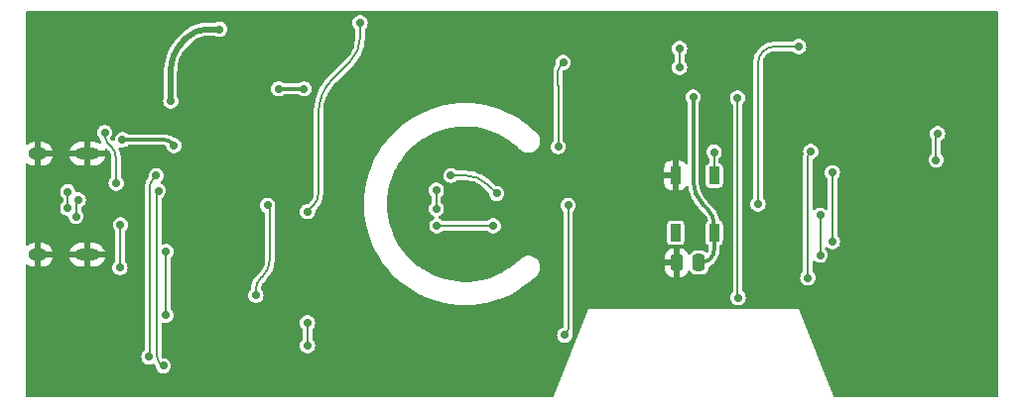
<source format=gbr>
%TF.GenerationSoftware,KiCad,Pcbnew,8.0.6*%
%TF.CreationDate,2024-10-17T21:48:28+02:00*%
%TF.ProjectId,weatherStationBoard,77656174-6865-4725-9374-6174696f6e42,rev?*%
%TF.SameCoordinates,Original*%
%TF.FileFunction,Copper,L4,Bot*%
%TF.FilePolarity,Positive*%
%FSLAX46Y46*%
G04 Gerber Fmt 4.6, Leading zero omitted, Abs format (unit mm)*
G04 Created by KiCad (PCBNEW 8.0.6) date 2024-10-17 21:48:28*
%MOMM*%
%LPD*%
G01*
G04 APERTURE LIST*
G04 Aperture macros list*
%AMRoundRect*
0 Rectangle with rounded corners*
0 $1 Rounding radius*
0 $2 $3 $4 $5 $6 $7 $8 $9 X,Y pos of 4 corners*
0 Add a 4 corners polygon primitive as box body*
4,1,4,$2,$3,$4,$5,$6,$7,$8,$9,$2,$3,0*
0 Add four circle primitives for the rounded corners*
1,1,$1+$1,$2,$3*
1,1,$1+$1,$4,$5*
1,1,$1+$1,$6,$7*
1,1,$1+$1,$8,$9*
0 Add four rect primitives between the rounded corners*
20,1,$1+$1,$2,$3,$4,$5,0*
20,1,$1+$1,$4,$5,$6,$7,0*
20,1,$1+$1,$6,$7,$8,$9,0*
20,1,$1+$1,$8,$9,$2,$3,0*%
G04 Aperture macros list end*
%TA.AperFunction,ComponentPad*%
%ADD10O,2.100000X1.000000*%
%TD*%
%TA.AperFunction,ComponentPad*%
%ADD11O,1.600000X1.000000*%
%TD*%
%TA.AperFunction,SMDPad,CuDef*%
%ADD12RoundRect,0.250000X-0.250000X-0.475000X0.250000X-0.475000X0.250000X0.475000X-0.250000X0.475000X0*%
%TD*%
%TA.AperFunction,SMDPad,CuDef*%
%ADD13RoundRect,0.090000X0.360000X-0.660000X0.360000X0.660000X-0.360000X0.660000X-0.360000X-0.660000X0*%
%TD*%
%TA.AperFunction,ViaPad*%
%ADD14C,0.700000*%
%TD*%
%TA.AperFunction,Conductor*%
%ADD15C,0.200000*%
%TD*%
%TA.AperFunction,Conductor*%
%ADD16C,0.500000*%
%TD*%
%TA.AperFunction,Conductor*%
%ADD17C,0.300000*%
%TD*%
G04 APERTURE END LIST*
D10*
%TO.P,J1,S1,SHIELD*%
%TO.N,GND*%
X152255000Y-109185000D03*
D11*
X148075000Y-109185000D03*
D10*
X152255000Y-117825000D03*
D11*
X148075000Y-117825000D03*
%TD*%
D12*
%TO.P,C11,1*%
%TO.N,GND*%
X202550000Y-118500000D03*
%TO.P,C11,2*%
%TO.N,5V*%
X204450000Y-118500000D03*
%TD*%
D13*
%TO.P,D3,1,VDD*%
%TO.N,5V*%
X205750000Y-115950000D03*
%TO.P,D3,2,DOUT*%
%TO.N,unconnected-(D3-DOUT-Pad2)*%
X202450000Y-115950000D03*
%TO.P,D3,3,VSS*%
%TO.N,GND*%
X202450000Y-111050000D03*
%TO.P,D3,4,DIN*%
%TO.N,/IO12*%
X205750000Y-111050000D03*
%TD*%
D14*
%TO.N,GND*%
X148000000Y-124000000D03*
X167000000Y-98000000D03*
X182000000Y-102000000D03*
X182000000Y-127000000D03*
X174000000Y-111000000D03*
X221000000Y-118000000D03*
X174000000Y-129000000D03*
X168000000Y-127000000D03*
X220000000Y-103000000D03*
X176000000Y-119000000D03*
X149000000Y-104000000D03*
X150000000Y-120000000D03*
X175000000Y-118000000D03*
X167000000Y-122900000D03*
X159000000Y-125000000D03*
X224000000Y-118000000D03*
X180000000Y-127000000D03*
X154000000Y-129000000D03*
X199000000Y-121000000D03*
X199000000Y-109000000D03*
X191000000Y-105000000D03*
X176000000Y-129000000D03*
X184000000Y-127000000D03*
X163000000Y-112000000D03*
X182000000Y-129000000D03*
X168000000Y-129000000D03*
X184000000Y-102000000D03*
X157000000Y-104000000D03*
X174000000Y-105000000D03*
X170000000Y-127000000D03*
X193000000Y-98000000D03*
X174000000Y-127000000D03*
X176000000Y-107000000D03*
X220000000Y-101000000D03*
X177000000Y-122000000D03*
X186000000Y-127000000D03*
X186000000Y-129000000D03*
X229000000Y-125000000D03*
X166000000Y-129000000D03*
X172000000Y-129000000D03*
X170000000Y-129000000D03*
X176000000Y-105000000D03*
X188000000Y-102000000D03*
X149450000Y-112150000D03*
X180000000Y-129000000D03*
X162000000Y-129000000D03*
X183000000Y-119000000D03*
X223000000Y-98000000D03*
X151000000Y-102000000D03*
X180000000Y-102000000D03*
X194000000Y-108000000D03*
X163000000Y-118000000D03*
X225000000Y-129000000D03*
X225000000Y-114000000D03*
X155000000Y-104000000D03*
X172000000Y-127000000D03*
X184000000Y-129000000D03*
X201000000Y-121000000D03*
X190000000Y-129000000D03*
X190000000Y-102000000D03*
X148000000Y-122000000D03*
X187000000Y-123000000D03*
X215000000Y-110000000D03*
X153000000Y-98000000D03*
X217000000Y-127000000D03*
X201000000Y-109000000D03*
X150000000Y-122000000D03*
X205000000Y-121000000D03*
X203000000Y-121000000D03*
X188000000Y-127000000D03*
X218000000Y-116000000D03*
X199000000Y-111000000D03*
X158000000Y-129000000D03*
X163000000Y-114000000D03*
X174000000Y-107000000D03*
X218000000Y-101000000D03*
X174000000Y-113000000D03*
X180000000Y-105000000D03*
X152000000Y-124000000D03*
X153000000Y-100000000D03*
X216000000Y-101000000D03*
X157000000Y-106000000D03*
X163000000Y-116000000D03*
X176000000Y-109000000D03*
X166000000Y-127000000D03*
X164000000Y-119850000D03*
X225000000Y-101000000D03*
X176000000Y-102000000D03*
X153000000Y-102000000D03*
X156000000Y-127000000D03*
X189000000Y-123000000D03*
X184000000Y-98000000D03*
X151000000Y-104000000D03*
X216000000Y-103000000D03*
X149450000Y-114650000D03*
X152000000Y-127000000D03*
X174000000Y-109000000D03*
X218000000Y-103000000D03*
X188000000Y-129000000D03*
X221000000Y-114000000D03*
X148000000Y-120000000D03*
X222000000Y-129000000D03*
X229000000Y-102000000D03*
X178000000Y-129000000D03*
X164000000Y-129000000D03*
X153000000Y-104000000D03*
X152000000Y-129000000D03*
X160000000Y-129000000D03*
X194000000Y-106000000D03*
X225000000Y-98000000D03*
X219000000Y-129000000D03*
X191000000Y-121000000D03*
X190000000Y-127000000D03*
X186000000Y-102000000D03*
X156000000Y-129000000D03*
X174000000Y-115000000D03*
X155000000Y-106000000D03*
X180000000Y-114000000D03*
X199000000Y-119000000D03*
X178000000Y-105000000D03*
X159000000Y-106000000D03*
X178000000Y-102000000D03*
X149000000Y-102000000D03*
X154000000Y-127000000D03*
%TO.N,/DTR*%
X166650000Y-121300000D03*
X167650000Y-113615000D03*
%TO.N,5V*%
X159670000Y-108500000D03*
X155260000Y-108000000D03*
X170750000Y-103650000D03*
X203960000Y-104350000D03*
X168600000Y-103650000D03*
%TO.N,/XI*%
X159000735Y-123000000D03*
X159000000Y-117550000D03*
%TO.N,3V3*%
X187200000Y-112600000D03*
X213750000Y-119800000D03*
X183300000Y-111050000D03*
X159390000Y-104690000D03*
X192875000Y-101375000D03*
X192450000Y-108600000D03*
X182050000Y-113900000D03*
X163550000Y-98550000D03*
X182050000Y-112300000D03*
X224700000Y-109725000D03*
X214000000Y-109000000D03*
X224825000Y-107475000D03*
%TO.N,/GPIO0*%
X212960000Y-100030000D03*
X193300000Y-113600000D03*
X171050000Y-125600000D03*
X209500000Y-113500000D03*
X193000000Y-124700000D03*
X171050000Y-123650000D03*
%TO.N,/nRST*%
X202800000Y-101800000D03*
X175550000Y-98000000D03*
X207800000Y-121500000D03*
X207750000Y-104420000D03*
X202800000Y-100200000D03*
X171050000Y-114150000D03*
%TO.N,Net-(U2-TXD)*%
X157532320Y-126554244D03*
X158150000Y-111075000D03*
%TO.N,Net-(U2-RXD)*%
X158330000Y-112350000D03*
X158750000Y-127325000D03*
%TO.N,/BME_SD0*%
X186900000Y-115350000D03*
X182100000Y-115350000D03*
%TO.N,/I2C_SCL*%
X215850000Y-116700000D03*
X215850000Y-110800000D03*
%TO.N,/IO12*%
X205750000Y-109050000D03*
%TO.N,Net-(J1-CC1)*%
X154740000Y-111700000D03*
X153754509Y-107373869D03*
%TO.N,Net-(J1-CC2)*%
X155050000Y-118920000D03*
X155100000Y-115275000D03*
%TO.N,/USB_D+*%
X151500000Y-113155000D03*
X151300000Y-114550000D03*
%TO.N,/USB_D-*%
X150600000Y-113850000D03*
X150600000Y-112450000D03*
%TO.N,/I2C_SDA*%
X214800000Y-114450000D03*
X214800000Y-117860000D03*
%TD*%
D15*
%TO.N,/USB_D+*%
X151425000Y-113230000D02*
G75*
G03*
X151349986Y-113411066I181100J-181100D01*
G01*
X151350000Y-114464644D02*
G75*
G02*
X151324987Y-114524987I-85400J44D01*
G01*
%TO.N,Net-(J1-CC2)*%
X155025000Y-115325000D02*
G75*
G02*
X155050018Y-115385355I-60400J-60400D01*
G01*
%TO.N,Net-(J1-CC1)*%
X154247254Y-108487254D02*
G75*
G02*
X154739978Y-109676847I-1189554J-1189546D01*
G01*
X153754509Y-107684189D02*
G75*
G03*
X153973930Y-108213946I749191J-11D01*
G01*
%TO.N,Net-(U2-RXD)*%
X158265000Y-112415000D02*
G75*
G03*
X158200010Y-112571923I156900J-156900D01*
G01*
X158620799Y-127291252D02*
G75*
G03*
X158702273Y-127325025I81501J81452D01*
G01*
X158200000Y-126549039D02*
G75*
G03*
X158427285Y-127097714I776000J39D01*
G01*
%TO.N,Net-(U2-TXD)*%
X157880000Y-111345000D02*
G75*
G03*
X157610016Y-111996837I651800J-651800D01*
G01*
X157610000Y-126421635D02*
G75*
G02*
X157571140Y-126515384I-132600J35D01*
G01*
%TO.N,/nRST*%
X172000000Y-112528248D02*
G75*
G02*
X171524986Y-113674986I-1621800J48D01*
G01*
X175550000Y-99225000D02*
G75*
G02*
X174683792Y-101316203I-2957400J0D01*
G01*
X173195344Y-102804655D02*
G75*
G03*
X171999991Y-105690472I2885856J-2885845D01*
G01*
X207750000Y-121414644D02*
G75*
G03*
X207775013Y-121474987I85400J44D01*
G01*
%TO.N,/GPIO0*%
X210899827Y-100030000D02*
G75*
G03*
X209909992Y-100439992I-27J-1399800D01*
G01*
X193300000Y-124187867D02*
G75*
G02*
X193150009Y-124550009I-512100J-33D01*
G01*
X209910000Y-100440000D02*
G75*
G03*
X209500011Y-101429827I989800J-989800D01*
G01*
%TO.N,3V3*%
X192425000Y-103307322D02*
G75*
G03*
X192437507Y-103337493I42700J22D01*
G01*
D16*
X160429999Y-99599999D02*
G75*
G03*
X159380009Y-102134924I2534901J-2534901D01*
G01*
D15*
X192437500Y-103337500D02*
G75*
G02*
X192450009Y-103367677I-30200J-30200D01*
G01*
D16*
X162515000Y-98550000D02*
G75*
G03*
X160748147Y-99281858I0J-2498700D01*
G01*
X159380000Y-104672928D02*
G75*
G03*
X159385008Y-104684992I17100J28D01*
G01*
D15*
X224762500Y-107537500D02*
G75*
G03*
X224699995Y-107688388I150900J-150900D01*
G01*
X213875000Y-109125000D02*
G75*
G03*
X213749990Y-109426776I301800J-301800D01*
G01*
X186425000Y-111825000D02*
G75*
G03*
X184553984Y-111050006I-1871000J-1871000D01*
G01*
X192650000Y-101600000D02*
G75*
G03*
X192424999Y-102143198I543200J-543200D01*
G01*
%TO.N,/XI*%
X159000367Y-117550367D02*
G75*
G02*
X159000773Y-117551253I-867J-933D01*
G01*
D17*
%TO.N,5V*%
X205750000Y-117390380D02*
G75*
G02*
X205425006Y-118175006I-1109600J-20D01*
G01*
X205329809Y-118270190D02*
G75*
G02*
X204775000Y-118500005I-554809J554790D01*
G01*
X205237347Y-113987347D02*
G75*
G02*
X205750001Y-115225000I-1237647J-1237653D01*
G01*
X155277071Y-107990000D02*
G75*
G03*
X155265008Y-107995008I29J-17100D01*
G01*
X203960000Y-111444278D02*
G75*
G03*
X204854994Y-113605006I3055700J-22D01*
G01*
X159415000Y-108245000D02*
G75*
G03*
X158799375Y-107990010I-615600J-615600D01*
G01*
D15*
%TO.N,/DTR*%
X167850000Y-118201471D02*
G75*
G02*
X167250008Y-119650008I-2048500J-29D01*
G01*
X167750000Y-113715000D02*
G75*
G02*
X167849991Y-113956421I-241400J-241400D01*
G01*
X167021231Y-119878768D02*
G75*
G03*
X166650010Y-120775000I896269J-896232D01*
G01*
%TO.N,Net-(U2-RXD)*%
X158702273Y-127325000D02*
X158750000Y-127325000D01*
X158620799Y-127291252D02*
X158427273Y-127097726D01*
X158265000Y-112415000D02*
X158330000Y-112350000D01*
X158200000Y-112571923D02*
X158200000Y-126549039D01*
%TO.N,/GPIO0*%
X171050000Y-125600000D02*
X171050000Y-123650000D01*
%TO.N,/USB_D+*%
X151350000Y-113411066D02*
X151350000Y-114464644D01*
X151300000Y-114550000D02*
X151325000Y-114525000D01*
X151500000Y-113155000D02*
X151425000Y-113230000D01*
%TO.N,/USB_D-*%
X150600000Y-113850000D02*
X150600000Y-112450000D01*
%TO.N,/nRST*%
X202800000Y-100200000D02*
X202800000Y-101800000D01*
%TO.N,/DTR*%
X167650000Y-113615000D02*
X167750000Y-113715000D01*
X166650000Y-121300000D02*
X166650000Y-120775000D01*
X167249999Y-119649999D02*
X167021231Y-119878768D01*
X167850000Y-118201471D02*
X167850000Y-113956421D01*
D17*
%TO.N,5V*%
X205750000Y-115225000D02*
X205750000Y-115950000D01*
X203960000Y-111444278D02*
X203960000Y-104350000D01*
X205750000Y-117390380D02*
X205750000Y-115950000D01*
X204775000Y-118500000D02*
X204450000Y-118500000D01*
X159670000Y-108500000D02*
X159415000Y-108245000D01*
X155277071Y-107990000D02*
X158799375Y-107990000D01*
X168600000Y-103650000D02*
X170750000Y-103650000D01*
X155260000Y-108000000D02*
X155265000Y-107995000D01*
X205237347Y-113987347D02*
X204855000Y-113605000D01*
X205424999Y-118174999D02*
X205329809Y-118270190D01*
D15*
%TO.N,/XI*%
X159000735Y-117551254D02*
X159000735Y-123000000D01*
X159000000Y-117550000D02*
X159000367Y-117550367D01*
D16*
%TO.N,3V3*%
X160429999Y-99599999D02*
X160748144Y-99281855D01*
X159385000Y-104685000D02*
X159390000Y-104690000D01*
D15*
X192875000Y-101375000D02*
X192650000Y-101600000D01*
D16*
X163550000Y-98550000D02*
X162515000Y-98550000D01*
D15*
X187200000Y-112600000D02*
X186425000Y-111825000D01*
X192425000Y-103307322D02*
X192425000Y-102143198D01*
D16*
X159380000Y-102134924D02*
X159380000Y-104672928D01*
D15*
X183300000Y-111050000D02*
X184553984Y-111050000D01*
X224700000Y-109725000D02*
X224700000Y-107688388D01*
X182050000Y-113900000D02*
X182050000Y-112300000D01*
X213750000Y-119800000D02*
X213750000Y-109426776D01*
X192450000Y-103367677D02*
X192450000Y-108600000D01*
X214000000Y-109000000D02*
X213875000Y-109125000D01*
X224825000Y-107475000D02*
X224762500Y-107537500D01*
%TO.N,/GPIO0*%
X212960000Y-100030000D02*
X210899827Y-100030000D01*
X209500000Y-101429827D02*
X209500000Y-113500000D01*
X193300000Y-113600000D02*
X193300000Y-124187867D01*
X193150000Y-124550000D02*
X193000000Y-124700000D01*
%TO.N,/nRST*%
X172000000Y-112528248D02*
X172000000Y-105690472D01*
X174683794Y-101316205D02*
X173195344Y-102804655D01*
X175550000Y-99225000D02*
X175550000Y-98000000D01*
X207800000Y-121500000D02*
X207775000Y-121475000D01*
X171525000Y-113675000D02*
X171050000Y-114150000D01*
X207750000Y-104420000D02*
X207750000Y-121414644D01*
%TO.N,Net-(U2-TXD)*%
X157880000Y-111345000D02*
X158150000Y-111075000D01*
X157571160Y-126515404D02*
X157532320Y-126554244D01*
X157610000Y-111996837D02*
X157610000Y-126421635D01*
%TO.N,/BME_SD0*%
X186900000Y-115350000D02*
X182100000Y-115350000D01*
%TO.N,/I2C_SCL*%
X215850000Y-116700000D02*
X215850000Y-110800000D01*
%TO.N,/IO12*%
X205750000Y-109050000D02*
X205750000Y-111050000D01*
%TO.N,Net-(J1-CC1)*%
X153754509Y-107373869D02*
X153777500Y-107396860D01*
X154740000Y-109676847D02*
X154740000Y-111700000D01*
X153754509Y-107373869D02*
X153754509Y-107684189D01*
X154247254Y-108487254D02*
X153973938Y-108213938D01*
%TO.N,Net-(J1-CC2)*%
X155025000Y-115325000D02*
X155000000Y-115300000D01*
X155050000Y-118920000D02*
X155050000Y-115385355D01*
%TO.N,/I2C_SDA*%
X214800000Y-117860000D02*
X214800000Y-114450000D01*
%TD*%
%TA.AperFunction,Conductor*%
%TO.N,GND*%
G36*
X229943039Y-97019685D02*
G01*
X229988794Y-97072489D01*
X230000000Y-97124000D01*
X230000000Y-129876000D01*
X229980315Y-129943039D01*
X229927511Y-129988794D01*
X229876000Y-130000000D01*
X216083952Y-130000000D01*
X216016913Y-129980315D01*
X215971158Y-129927511D01*
X215968821Y-129922052D01*
X213000000Y-122500000D01*
X195000000Y-122500000D01*
X194999999Y-122500000D01*
X192031179Y-129922052D01*
X191988005Y-129976986D01*
X191921984Y-129999858D01*
X191916048Y-130000000D01*
X147124000Y-130000000D01*
X147056961Y-129980315D01*
X147011206Y-129927511D01*
X147000000Y-129876000D01*
X147000000Y-126554243D01*
X156877042Y-126554243D01*
X156877042Y-126554244D01*
X156896082Y-126711062D01*
X156952100Y-126858767D01*
X157041837Y-126988774D01*
X157160080Y-127093527D01*
X157160082Y-127093528D01*
X157299954Y-127166940D01*
X157453334Y-127204744D01*
X157453335Y-127204744D01*
X157611305Y-127204744D01*
X157764685Y-127166940D01*
X157818903Y-127138483D01*
X157887411Y-127124758D01*
X157952464Y-127150250D01*
X157976846Y-127175394D01*
X158077660Y-127314150D01*
X158100439Y-127372089D01*
X158113762Y-127481815D01*
X158113763Y-127481821D01*
X158169780Y-127629523D01*
X158259517Y-127759530D01*
X158377760Y-127864283D01*
X158377762Y-127864284D01*
X158517634Y-127937696D01*
X158671014Y-127975500D01*
X158671015Y-127975500D01*
X158828985Y-127975500D01*
X158982365Y-127937696D01*
X159122240Y-127864283D01*
X159240483Y-127759530D01*
X159330220Y-127629523D01*
X159386237Y-127481818D01*
X159405278Y-127325000D01*
X159390677Y-127204744D01*
X159386237Y-127168181D01*
X159364992Y-127112164D01*
X159330220Y-127020477D01*
X159240483Y-126890470D01*
X159122240Y-126785717D01*
X159122238Y-126785716D01*
X159122237Y-126785715D01*
X158982365Y-126712303D01*
X158828986Y-126674500D01*
X158828985Y-126674500D01*
X158725749Y-126674500D01*
X158658710Y-126654815D01*
X158612955Y-126602011D01*
X158602810Y-126566687D01*
X158601561Y-126557196D01*
X158600500Y-126541012D01*
X158600500Y-123728676D01*
X158620185Y-123661637D01*
X158672989Y-123615882D01*
X158742147Y-123605938D01*
X158767320Y-123612437D01*
X158768369Y-123612695D01*
X158768370Y-123612696D01*
X158837169Y-123629653D01*
X158921749Y-123650500D01*
X158921750Y-123650500D01*
X159079720Y-123650500D01*
X159081753Y-123649999D01*
X170394722Y-123649999D01*
X170394722Y-123650000D01*
X170413762Y-123806818D01*
X170469780Y-123954523D01*
X170469781Y-123954524D01*
X170559517Y-124084531D01*
X170607726Y-124127239D01*
X170644853Y-124186428D01*
X170649500Y-124220055D01*
X170649500Y-125029944D01*
X170629815Y-125096983D01*
X170607727Y-125122759D01*
X170559521Y-125165465D01*
X170559515Y-125165472D01*
X170469781Y-125295475D01*
X170469780Y-125295476D01*
X170413762Y-125443181D01*
X170394722Y-125599999D01*
X170394722Y-125600000D01*
X170413762Y-125756818D01*
X170469780Y-125904523D01*
X170559517Y-126034530D01*
X170677760Y-126139283D01*
X170677762Y-126139284D01*
X170817634Y-126212696D01*
X170971014Y-126250500D01*
X170971015Y-126250500D01*
X171128985Y-126250500D01*
X171282365Y-126212696D01*
X171422240Y-126139283D01*
X171540483Y-126034530D01*
X171630220Y-125904523D01*
X171686237Y-125756818D01*
X171705278Y-125600000D01*
X171686237Y-125443182D01*
X171630220Y-125295477D01*
X171540483Y-125165470D01*
X171540480Y-125165467D01*
X171540478Y-125165465D01*
X171492273Y-125122759D01*
X171455146Y-125063570D01*
X171450500Y-125029944D01*
X171450500Y-124699999D01*
X192344722Y-124699999D01*
X192344722Y-124700000D01*
X192363762Y-124856818D01*
X192419780Y-125004523D01*
X192509517Y-125134530D01*
X192627760Y-125239283D01*
X192627762Y-125239284D01*
X192767634Y-125312696D01*
X192921014Y-125350500D01*
X192921015Y-125350500D01*
X193078985Y-125350500D01*
X193232365Y-125312696D01*
X193372240Y-125239283D01*
X193490483Y-125134530D01*
X193580220Y-125004523D01*
X193636237Y-124856818D01*
X193655278Y-124700000D01*
X193638394Y-124560949D01*
X193643557Y-124507694D01*
X193678038Y-124401561D01*
X193700504Y-124259670D01*
X193700500Y-124187841D01*
X193700500Y-119024986D01*
X201550001Y-119024986D01*
X201560494Y-119127697D01*
X201615641Y-119294119D01*
X201615643Y-119294124D01*
X201707684Y-119443345D01*
X201831654Y-119567315D01*
X201980875Y-119659356D01*
X201980880Y-119659358D01*
X202147302Y-119714505D01*
X202147309Y-119714506D01*
X202250019Y-119724999D01*
X202299999Y-119724998D01*
X202300000Y-119724998D01*
X202300000Y-118750000D01*
X201550001Y-118750000D01*
X201550001Y-119024986D01*
X193700500Y-119024986D01*
X193700500Y-117975013D01*
X201550000Y-117975013D01*
X201550000Y-118250000D01*
X202300000Y-118250000D01*
X202300000Y-117275000D01*
X202299999Y-117274999D01*
X202250029Y-117275000D01*
X202250011Y-117275001D01*
X202147302Y-117285494D01*
X201980880Y-117340641D01*
X201980875Y-117340643D01*
X201831654Y-117432684D01*
X201707684Y-117556654D01*
X201615643Y-117705875D01*
X201615641Y-117705880D01*
X201560494Y-117872302D01*
X201560493Y-117872309D01*
X201550000Y-117975013D01*
X193700500Y-117975013D01*
X193700500Y-115259264D01*
X201699500Y-115259264D01*
X201699500Y-116640739D01*
X201713981Y-116732170D01*
X201713981Y-116732171D01*
X201713982Y-116732174D01*
X201713983Y-116732175D01*
X201759264Y-116821044D01*
X201770142Y-116842392D01*
X201770145Y-116842396D01*
X201857603Y-116929854D01*
X201857605Y-116929855D01*
X201857609Y-116929859D01*
X201967825Y-116986017D01*
X201967826Y-116986017D01*
X201967828Y-116986018D01*
X201999494Y-116991033D01*
X202059265Y-117000500D01*
X202840734Y-117000499D01*
X202840739Y-117000499D01*
X202840739Y-117000498D01*
X202886454Y-116993258D01*
X202932170Y-116986018D01*
X202932171Y-116986018D01*
X202932172Y-116986017D01*
X202932175Y-116986017D01*
X203042391Y-116929859D01*
X203129859Y-116842391D01*
X203186017Y-116732175D01*
X203186017Y-116732173D01*
X203186018Y-116732172D01*
X203186018Y-116732171D01*
X203198650Y-116652413D01*
X203200500Y-116640735D01*
X203200499Y-115259266D01*
X203200499Y-115259264D01*
X203200499Y-115259260D01*
X203186018Y-115167829D01*
X203186018Y-115167828D01*
X203186017Y-115167826D01*
X203186017Y-115167825D01*
X203129859Y-115057609D01*
X203129857Y-115057607D01*
X203129854Y-115057603D01*
X203042396Y-114970145D01*
X203042393Y-114970143D01*
X203042391Y-114970141D01*
X202932175Y-114913983D01*
X202932174Y-114913982D01*
X202932171Y-114913981D01*
X202840735Y-114899500D01*
X202059260Y-114899500D01*
X202059260Y-114899501D01*
X201967829Y-114913981D01*
X201967828Y-114913981D01*
X201857607Y-114970142D01*
X201857603Y-114970145D01*
X201770145Y-115057603D01*
X201770142Y-115057608D01*
X201713981Y-115167827D01*
X201713981Y-115167828D01*
X201699500Y-115259264D01*
X193700500Y-115259264D01*
X193700500Y-114170055D01*
X193720185Y-114103016D01*
X193742274Y-114077239D01*
X193790482Y-114034531D01*
X193794959Y-114028045D01*
X193880220Y-113904523D01*
X193936237Y-113756818D01*
X193955278Y-113600000D01*
X193947666Y-113537304D01*
X193936237Y-113443181D01*
X193906044Y-113363570D01*
X193880220Y-113295477D01*
X193790483Y-113165470D01*
X193672240Y-113060717D01*
X193672238Y-113060716D01*
X193672237Y-113060715D01*
X193532365Y-112987303D01*
X193378986Y-112949500D01*
X193378985Y-112949500D01*
X193221015Y-112949500D01*
X193221014Y-112949500D01*
X193067634Y-112987303D01*
X192927762Y-113060715D01*
X192848931Y-113130552D01*
X192821337Y-113154999D01*
X192809516Y-113165471D01*
X192719781Y-113295475D01*
X192719780Y-113295476D01*
X192663762Y-113443181D01*
X192644722Y-113599999D01*
X192644722Y-113600000D01*
X192663762Y-113756818D01*
X192718064Y-113899999D01*
X192719780Y-113904523D01*
X192731046Y-113920844D01*
X192809517Y-114034531D01*
X192857726Y-114077239D01*
X192894853Y-114136428D01*
X192899500Y-114170055D01*
X192899500Y-123957654D01*
X192879815Y-124024693D01*
X192827011Y-124070448D01*
X192805175Y-124078051D01*
X192767633Y-124087304D01*
X192627762Y-124160715D01*
X192509516Y-124265471D01*
X192419781Y-124395475D01*
X192419780Y-124395476D01*
X192363762Y-124543181D01*
X192344722Y-124699999D01*
X171450500Y-124699999D01*
X171450500Y-124220055D01*
X171470185Y-124153016D01*
X171492274Y-124127239D01*
X171540482Y-124084531D01*
X171550203Y-124070448D01*
X171630220Y-123954523D01*
X171686237Y-123806818D01*
X171705278Y-123650000D01*
X171686237Y-123493182D01*
X171630220Y-123345477D01*
X171540483Y-123215470D01*
X171422240Y-123110717D01*
X171422238Y-123110716D01*
X171422237Y-123110715D01*
X171282365Y-123037303D01*
X171128986Y-122999500D01*
X171128985Y-122999500D01*
X170971015Y-122999500D01*
X170971014Y-122999500D01*
X170817634Y-123037303D01*
X170677762Y-123110715D01*
X170559516Y-123215471D01*
X170469781Y-123345475D01*
X170469780Y-123345476D01*
X170413762Y-123493181D01*
X170394722Y-123649999D01*
X159081753Y-123649999D01*
X159233100Y-123612696D01*
X159245976Y-123605938D01*
X159372975Y-123539283D01*
X159491218Y-123434530D01*
X159580955Y-123304523D01*
X159636972Y-123156818D01*
X159656013Y-123000000D01*
X159636972Y-122843182D01*
X159580955Y-122695477D01*
X159491218Y-122565470D01*
X159491215Y-122565467D01*
X159491213Y-122565465D01*
X159443008Y-122522759D01*
X159405881Y-122463570D01*
X159401235Y-122429944D01*
X159401235Y-121299999D01*
X165994722Y-121299999D01*
X165994722Y-121300000D01*
X166013762Y-121456818D01*
X166069780Y-121604523D01*
X166159517Y-121734530D01*
X166277760Y-121839283D01*
X166277762Y-121839284D01*
X166417634Y-121912696D01*
X166571014Y-121950500D01*
X166571015Y-121950500D01*
X166728985Y-121950500D01*
X166882365Y-121912696D01*
X166913094Y-121896568D01*
X167022240Y-121839283D01*
X167140483Y-121734530D01*
X167230220Y-121604523D01*
X167286237Y-121456818D01*
X167305278Y-121300000D01*
X167292587Y-121195475D01*
X167286237Y-121143181D01*
X167264992Y-121087164D01*
X167230220Y-120995477D01*
X167140483Y-120865470D01*
X167140480Y-120865467D01*
X167140478Y-120865465D01*
X167095946Y-120826013D01*
X167058819Y-120766824D01*
X167054555Y-120723472D01*
X167060409Y-120649092D01*
X167063450Y-120629894D01*
X167090655Y-120516570D01*
X167096662Y-120498081D01*
X167141260Y-120390409D01*
X167150087Y-120373083D01*
X167210979Y-120273714D01*
X167222403Y-120257990D01*
X167301202Y-120165724D01*
X167307776Y-120158613D01*
X167496866Y-119969524D01*
X167496910Y-119969499D01*
X167533204Y-119933204D01*
X167533205Y-119933205D01*
X167630457Y-119835952D01*
X167801960Y-119620893D01*
X167948306Y-119387983D01*
X168067653Y-119140152D01*
X168158501Y-118880517D01*
X168219707Y-118612342D01*
X168250502Y-118339001D01*
X168250500Y-118201465D01*
X168250500Y-118180480D01*
X168250500Y-114149999D01*
X170394722Y-114149999D01*
X170394722Y-114150000D01*
X170413762Y-114306818D01*
X170445038Y-114389284D01*
X170469780Y-114454523D01*
X170559517Y-114584530D01*
X170677760Y-114689283D01*
X170677762Y-114689284D01*
X170817634Y-114762696D01*
X170971014Y-114800500D01*
X170971015Y-114800500D01*
X171128985Y-114800500D01*
X171282365Y-114762696D01*
X171297937Y-114754523D01*
X171422240Y-114689283D01*
X171540483Y-114584530D01*
X171630220Y-114454523D01*
X171686237Y-114306818D01*
X171705278Y-114150000D01*
X171702931Y-114130673D01*
X171714391Y-114061751D01*
X171738342Y-114028049D01*
X171845480Y-113920913D01*
X171845482Y-113920908D01*
X171851326Y-113915065D01*
X171851524Y-113914839D01*
X171888477Y-113877887D01*
X171888477Y-113877886D01*
X171888485Y-113877879D01*
X172030100Y-113700301D01*
X172150942Y-113507985D01*
X172150945Y-113507979D01*
X172150946Y-113507978D01*
X172154788Y-113500000D01*
X175870783Y-113500000D01*
X175890899Y-114088881D01*
X175926922Y-114439282D01*
X175949849Y-114662303D01*
X175951157Y-114675021D01*
X176051272Y-115255674D01*
X176051275Y-115255687D01*
X176189358Y-115822311D01*
X176190777Y-115828135D01*
X176369026Y-116389749D01*
X176555820Y-116863427D01*
X176585188Y-116937900D01*
X176838242Y-117469996D01*
X176838244Y-117469999D01*
X176838245Y-117470001D01*
X177122199Y-117975013D01*
X177127033Y-117983610D01*
X177224954Y-118132902D01*
X177450189Y-118476300D01*
X177786657Y-118919999D01*
X177806217Y-118945792D01*
X177806225Y-118945802D01*
X178191791Y-119387988D01*
X178193458Y-119389899D01*
X178610101Y-119806542D01*
X178610113Y-119806552D01*
X178610119Y-119806558D01*
X178842870Y-120009506D01*
X179054205Y-120193781D01*
X179523700Y-120549811D01*
X180016397Y-120872971D01*
X180529999Y-121161755D01*
X180530002Y-121161756D01*
X180530003Y-121161757D01*
X180820686Y-121300000D01*
X181062110Y-121414816D01*
X181610251Y-121630974D01*
X182171865Y-121809223D01*
X182530292Y-121896568D01*
X182744312Y-121948724D01*
X182744325Y-121948727D01*
X182744327Y-121948727D01*
X182744334Y-121948729D01*
X183324988Y-122048844D01*
X183911121Y-122109101D01*
X184500000Y-122129217D01*
X185088879Y-122109101D01*
X185675012Y-122048844D01*
X186255666Y-121948729D01*
X186313941Y-121934528D01*
X186325321Y-121931754D01*
X186828135Y-121809223D01*
X187389749Y-121630974D01*
X187937890Y-121414816D01*
X188470001Y-121161755D01*
X188983603Y-120872971D01*
X189476300Y-120549811D01*
X189945795Y-120193781D01*
X190217555Y-119956818D01*
X190389871Y-119806567D01*
X190389877Y-119806560D01*
X190389899Y-119806542D01*
X190599999Y-119599999D01*
X190667092Y-119529536D01*
X190775169Y-119367787D01*
X190849613Y-119188061D01*
X190887565Y-118997266D01*
X190887565Y-118802732D01*
X190887565Y-118802729D01*
X190849614Y-118611943D01*
X190849613Y-118611937D01*
X190775169Y-118432211D01*
X190773136Y-118429169D01*
X190667095Y-118270466D01*
X190667089Y-118270458D01*
X190529539Y-118132908D01*
X190529531Y-118132902D01*
X190367797Y-118024835D01*
X190367790Y-118024831D01*
X190367787Y-118024829D01*
X190367783Y-118024827D01*
X190367779Y-118024825D01*
X190188062Y-117950385D01*
X190188054Y-117950383D01*
X189997268Y-117912433D01*
X189997266Y-117912433D01*
X189802732Y-117912433D01*
X189802730Y-117912433D01*
X189611943Y-117950383D01*
X189611935Y-117950385D01*
X189432218Y-118024825D01*
X189432200Y-118024835D01*
X189270467Y-118132901D01*
X189270466Y-118132902D01*
X189199979Y-118200017D01*
X189019689Y-118376887D01*
X189013508Y-118382553D01*
X188711820Y-118640893D01*
X188630261Y-118710733D01*
X188622752Y-118716676D01*
X188215796Y-119013951D01*
X188207858Y-119019292D01*
X187779185Y-119284266D01*
X187770850Y-119288983D01*
X187322984Y-119520095D01*
X187314310Y-119524155D01*
X186849969Y-119720003D01*
X186841008Y-119723381D01*
X186362936Y-119882810D01*
X186353741Y-119885487D01*
X185864777Y-120007547D01*
X185855402Y-120009506D01*
X185358490Y-120093465D01*
X185348993Y-120094695D01*
X184847070Y-120140055D01*
X184837506Y-120140548D01*
X184333580Y-120147037D01*
X184324006Y-120146790D01*
X183821090Y-120114369D01*
X183811564Y-120113384D01*
X183312664Y-120042249D01*
X183303242Y-120040532D01*
X182811278Y-119931097D01*
X182802017Y-119928658D01*
X182320009Y-119781594D01*
X182310964Y-119778448D01*
X181841726Y-119594618D01*
X181832950Y-119590783D01*
X181379292Y-119371284D01*
X181370839Y-119366783D01*
X180935484Y-119112934D01*
X180927403Y-119107794D01*
X180512930Y-118821097D01*
X180505275Y-118815353D01*
X180489744Y-118802732D01*
X180114162Y-118497522D01*
X180106986Y-118491216D01*
X179741553Y-118144134D01*
X179734873Y-118137279D01*
X179730924Y-118132901D01*
X179397332Y-117763048D01*
X179391209Y-117755708D01*
X179083547Y-117356533D01*
X179078012Y-117348748D01*
X179061538Y-117323570D01*
X178802074Y-116927016D01*
X178797149Y-116918813D01*
X178554590Y-116477061D01*
X178550308Y-116468495D01*
X178458451Y-116265472D01*
X178342559Y-116009328D01*
X178338955Y-116000464D01*
X178325270Y-115962696D01*
X178167264Y-115526641D01*
X178164364Y-115517557D01*
X178029748Y-115031877D01*
X178027551Y-115022566D01*
X178026887Y-115019169D01*
X177930818Y-114527941D01*
X177929350Y-114518510D01*
X177871082Y-114017925D01*
X177870343Y-114008385D01*
X177870282Y-114006818D01*
X177850882Y-113504787D01*
X177850882Y-113495212D01*
X177853682Y-113422759D01*
X177870343Y-112991603D01*
X177871083Y-112982065D01*
X177873236Y-112963570D01*
X177929351Y-112481485D01*
X177930817Y-112472062D01*
X177964467Y-112299999D01*
X181394722Y-112299999D01*
X181394722Y-112300000D01*
X181413762Y-112456818D01*
X181469780Y-112604523D01*
X181469781Y-112604524D01*
X181559517Y-112734531D01*
X181607726Y-112777239D01*
X181644853Y-112836428D01*
X181649500Y-112870055D01*
X181649500Y-113329944D01*
X181629815Y-113396983D01*
X181607727Y-113422759D01*
X181559523Y-113465464D01*
X181559515Y-113465472D01*
X181469781Y-113595475D01*
X181469780Y-113595476D01*
X181413762Y-113743181D01*
X181394722Y-113899999D01*
X181394722Y-113900000D01*
X181413762Y-114056818D01*
X181452421Y-114158752D01*
X181469780Y-114204523D01*
X181559517Y-114334530D01*
X181677760Y-114439283D01*
X181817635Y-114512696D01*
X181821790Y-114513720D01*
X181825396Y-114514609D01*
X181885777Y-114549765D01*
X181917565Y-114611985D01*
X181910669Y-114681513D01*
X181867278Y-114736276D01*
X181853348Y-114744802D01*
X181727761Y-114810716D01*
X181727760Y-114810717D01*
X181611196Y-114913983D01*
X181609516Y-114915471D01*
X181519781Y-115045475D01*
X181519780Y-115045476D01*
X181463762Y-115193181D01*
X181444722Y-115349999D01*
X181444722Y-115350000D01*
X181463762Y-115506818D01*
X181519780Y-115654523D01*
X181609517Y-115784530D01*
X181727760Y-115889283D01*
X181727762Y-115889284D01*
X181867634Y-115962696D01*
X182021014Y-116000500D01*
X182021015Y-116000500D01*
X182178985Y-116000500D01*
X182332365Y-115962696D01*
X182472240Y-115889283D01*
X182590483Y-115784530D01*
X182590483Y-115784528D01*
X182593695Y-115781684D01*
X182656929Y-115751963D01*
X182675922Y-115750500D01*
X186324078Y-115750500D01*
X186391117Y-115770185D01*
X186406305Y-115781684D01*
X186409516Y-115784528D01*
X186409517Y-115784530D01*
X186527760Y-115889283D01*
X186527762Y-115889284D01*
X186667634Y-115962696D01*
X186821014Y-116000500D01*
X186821015Y-116000500D01*
X186978985Y-116000500D01*
X187132365Y-115962696D01*
X187272240Y-115889283D01*
X187390483Y-115784530D01*
X187480220Y-115654523D01*
X187536237Y-115506818D01*
X187555278Y-115350000D01*
X187546172Y-115275000D01*
X187536237Y-115193181D01*
X187507793Y-115118181D01*
X187480220Y-115045477D01*
X187390483Y-114915470D01*
X187272240Y-114810717D01*
X187272238Y-114810716D01*
X187272237Y-114810715D01*
X187132365Y-114737303D01*
X186978986Y-114699500D01*
X186978985Y-114699500D01*
X186821015Y-114699500D01*
X186821014Y-114699500D01*
X186667634Y-114737303D01*
X186527762Y-114810715D01*
X186527760Y-114810717D01*
X186411196Y-114913983D01*
X186406305Y-114918316D01*
X186343071Y-114948037D01*
X186324078Y-114949500D01*
X182675922Y-114949500D01*
X182608883Y-114929815D01*
X182593695Y-114918316D01*
X182590483Y-114915471D01*
X182590483Y-114915470D01*
X182472240Y-114810717D01*
X182472238Y-114810716D01*
X182472237Y-114810715D01*
X182332365Y-114737303D01*
X182332360Y-114737302D01*
X182324597Y-114735388D01*
X182264218Y-114700229D01*
X182232433Y-114638009D01*
X182239332Y-114568480D01*
X182282726Y-114513720D01*
X182296634Y-114505206D01*
X182422240Y-114439283D01*
X182540483Y-114334530D01*
X182630220Y-114204523D01*
X182686237Y-114056818D01*
X182705278Y-113900000D01*
X182704618Y-113894560D01*
X182686237Y-113743181D01*
X182658025Y-113668794D01*
X182630220Y-113595477D01*
X182540483Y-113465470D01*
X182540479Y-113465467D01*
X182540477Y-113465464D01*
X182492273Y-113422759D01*
X182455146Y-113363570D01*
X182450500Y-113329944D01*
X182450500Y-112870055D01*
X182470185Y-112803016D01*
X182492274Y-112777239D01*
X182540482Y-112734531D01*
X182540483Y-112734530D01*
X182630220Y-112604523D01*
X182686237Y-112456818D01*
X182705278Y-112300000D01*
X182704944Y-112297245D01*
X182686237Y-112143181D01*
X182649182Y-112045476D01*
X182630220Y-111995477D01*
X182540483Y-111865470D01*
X182422240Y-111760717D01*
X182422238Y-111760716D01*
X182422237Y-111760715D01*
X182282365Y-111687303D01*
X182128986Y-111649500D01*
X182128985Y-111649500D01*
X181971015Y-111649500D01*
X181971014Y-111649500D01*
X181817634Y-111687303D01*
X181677762Y-111760715D01*
X181559516Y-111865471D01*
X181469781Y-111995475D01*
X181469780Y-111995476D01*
X181413762Y-112143181D01*
X181394722Y-112299999D01*
X177964467Y-112299999D01*
X178027554Y-111977417D01*
X178029747Y-111968128D01*
X178164366Y-111482434D01*
X178167262Y-111473366D01*
X178320670Y-111049999D01*
X182644722Y-111049999D01*
X182644722Y-111050000D01*
X182663762Y-111206818D01*
X182686007Y-111265472D01*
X182719780Y-111354523D01*
X182809517Y-111484530D01*
X182927760Y-111589283D01*
X182927762Y-111589284D01*
X183067634Y-111662696D01*
X183221014Y-111700500D01*
X183221015Y-111700500D01*
X183378985Y-111700500D01*
X183532365Y-111662696D01*
X183672240Y-111589283D01*
X183790483Y-111484530D01*
X183790483Y-111484528D01*
X183793695Y-111481684D01*
X183856929Y-111451963D01*
X183875922Y-111450500D01*
X184496403Y-111450500D01*
X184550507Y-111450500D01*
X184557458Y-111450694D01*
X184798464Y-111464228D01*
X184812261Y-111465782D01*
X185046795Y-111505630D01*
X185060349Y-111508723D01*
X185276091Y-111570877D01*
X185288942Y-111574579D01*
X185302067Y-111579172D01*
X185521845Y-111670206D01*
X185534367Y-111676235D01*
X185657566Y-111744325D01*
X185742579Y-111791310D01*
X185754353Y-111798708D01*
X185801514Y-111832170D01*
X185948374Y-111936372D01*
X185959238Y-111945037D01*
X186133200Y-112100499D01*
X186139127Y-112105796D01*
X186144181Y-112110574D01*
X186346303Y-112312696D01*
X186511653Y-112478045D01*
X186545138Y-112539368D01*
X186547068Y-112580668D01*
X186544722Y-112599994D01*
X186544722Y-112600000D01*
X186563762Y-112756818D01*
X186605753Y-112867538D01*
X186619780Y-112904523D01*
X186709517Y-113034530D01*
X186827760Y-113139283D01*
X186827762Y-113139284D01*
X186967634Y-113212696D01*
X187121014Y-113250500D01*
X187121015Y-113250500D01*
X187278985Y-113250500D01*
X187432365Y-113212696D01*
X187572240Y-113139283D01*
X187690483Y-113034530D01*
X187780220Y-112904523D01*
X187836237Y-112756818D01*
X187855278Y-112600000D01*
X187848273Y-112542304D01*
X187836237Y-112443181D01*
X187786750Y-112312696D01*
X187780220Y-112295477D01*
X187690483Y-112165470D01*
X187572240Y-112060717D01*
X187572238Y-112060716D01*
X187572237Y-112060715D01*
X187432365Y-111987303D01*
X187278986Y-111949500D01*
X187278985Y-111949500D01*
X187167255Y-111949500D01*
X187100216Y-111929815D01*
X187079574Y-111913181D01*
X186915063Y-111748670D01*
X201500000Y-111748670D01*
X201515185Y-111864019D01*
X201515187Y-111864024D01*
X201574633Y-112007541D01*
X201574633Y-112007542D01*
X201669207Y-112130792D01*
X201792458Y-112225366D01*
X201935975Y-112284812D01*
X201935980Y-112284814D01*
X202051329Y-112300000D01*
X202200000Y-112300000D01*
X202200000Y-111300000D01*
X201500000Y-111300000D01*
X201500000Y-111748670D01*
X186915063Y-111748670D01*
X186747394Y-111581001D01*
X186747384Y-111580983D01*
X186708200Y-111541799D01*
X186708201Y-111541799D01*
X186602371Y-111435969D01*
X186571622Y-111410734D01*
X186370993Y-111246081D01*
X186122098Y-111079775D01*
X185858117Y-110938676D01*
X185858110Y-110938672D01*
X185808643Y-110918182D01*
X185581564Y-110824123D01*
X185462544Y-110788019D01*
X185295120Y-110737233D01*
X185295115Y-110737232D01*
X185295112Y-110737231D01*
X185295100Y-110737228D01*
X185001544Y-110678838D01*
X185001539Y-110678837D01*
X185001536Y-110678836D01*
X185001526Y-110678835D01*
X184790343Y-110658037D01*
X184703648Y-110649499D01*
X184703645Y-110649499D01*
X184553982Y-110649500D01*
X183875922Y-110649500D01*
X183808883Y-110629815D01*
X183793695Y-110618316D01*
X183790483Y-110615471D01*
X183790483Y-110615470D01*
X183672240Y-110510717D01*
X183672238Y-110510716D01*
X183672237Y-110510715D01*
X183532365Y-110437303D01*
X183378986Y-110399500D01*
X183378985Y-110399500D01*
X183221015Y-110399500D01*
X183221014Y-110399500D01*
X183067634Y-110437303D01*
X182927762Y-110510715D01*
X182809516Y-110615471D01*
X182719781Y-110745475D01*
X182719780Y-110745476D01*
X182663762Y-110893181D01*
X182644722Y-111049999D01*
X178320670Y-111049999D01*
X178338961Y-110999519D01*
X178342555Y-110990680D01*
X178550314Y-110531491D01*
X178554590Y-110522938D01*
X178648818Y-110351329D01*
X201500000Y-110351329D01*
X201500000Y-110800000D01*
X202200000Y-110800000D01*
X202200000Y-109800000D01*
X202700000Y-109800000D01*
X202700000Y-112300000D01*
X202848671Y-112300000D01*
X202964019Y-112284814D01*
X202964024Y-112284812D01*
X203107541Y-112225366D01*
X203107542Y-112225366D01*
X203230792Y-112130792D01*
X203325366Y-112007542D01*
X203329430Y-112000504D01*
X203332301Y-112002161D01*
X203366440Y-111959779D01*
X203432729Y-111937699D01*
X203500432Y-111954963D01*
X203548054Y-112006089D01*
X203558799Y-112037423D01*
X203579836Y-112143182D01*
X203609671Y-112293181D01*
X203610480Y-112297245D01*
X203707085Y-112615717D01*
X203710483Y-112626916D01*
X203825470Y-112904524D01*
X203842314Y-112945188D01*
X203872843Y-113002304D01*
X204004706Y-113249004D01*
X204004717Y-113249022D01*
X204196096Y-113535441D01*
X204196106Y-113535455D01*
X204390084Y-113771819D01*
X204414650Y-113801752D01*
X204490180Y-113877282D01*
X204490190Y-113877293D01*
X204494510Y-113881613D01*
X204494511Y-113881614D01*
X204519007Y-113906110D01*
X204519011Y-113906116D01*
X204533741Y-113920844D01*
X204536448Y-113923551D01*
X204536448Y-113923552D01*
X204547427Y-113934530D01*
X204547431Y-113934534D01*
X204915342Y-114302445D01*
X204921951Y-114309594D01*
X205044922Y-114453574D01*
X205056359Y-114469316D01*
X205152729Y-114626578D01*
X205161563Y-114643915D01*
X205228588Y-114805725D01*
X205236057Y-114875194D01*
X205204782Y-114937673D01*
X205170326Y-114963661D01*
X205157609Y-114970140D01*
X205157603Y-114970145D01*
X205070145Y-115057603D01*
X205070142Y-115057608D01*
X205013981Y-115167827D01*
X205013981Y-115167828D01*
X204999500Y-115259264D01*
X204999500Y-116640739D01*
X205013981Y-116732170D01*
X205013981Y-116732171D01*
X205013982Y-116732174D01*
X205013983Y-116732175D01*
X205059264Y-116821044D01*
X205070142Y-116842392D01*
X205070145Y-116842396D01*
X205157603Y-116929854D01*
X205157605Y-116929855D01*
X205157609Y-116929859D01*
X205231796Y-116967659D01*
X205282591Y-117015633D01*
X205299500Y-117078143D01*
X205299500Y-117323468D01*
X205299499Y-117323486D01*
X205299499Y-117384299D01*
X205298902Y-117396451D01*
X205288034Y-117506819D01*
X205283291Y-117530664D01*
X205274371Y-117560068D01*
X205236073Y-117618506D01*
X205172260Y-117646962D01*
X205103194Y-117636400D01*
X205080790Y-117622878D01*
X204991909Y-117555477D01*
X204972341Y-117540638D01*
X204831561Y-117485122D01*
X204785926Y-117479642D01*
X204743102Y-117474500D01*
X204156898Y-117474500D01*
X204117853Y-117479188D01*
X204068438Y-117485122D01*
X203927656Y-117540639D01*
X203807077Y-117632077D01*
X203710514Y-117759416D01*
X203708686Y-117758030D01*
X203667361Y-117798326D01*
X203598906Y-117812315D01*
X203533755Y-117787073D01*
X203492593Y-117730615D01*
X203491607Y-117727755D01*
X203484359Y-117705882D01*
X203484356Y-117705875D01*
X203392315Y-117556654D01*
X203268345Y-117432684D01*
X203119124Y-117340643D01*
X203119119Y-117340641D01*
X202952697Y-117285494D01*
X202952690Y-117285493D01*
X202849986Y-117275000D01*
X202800000Y-117275000D01*
X202800000Y-119724999D01*
X202849972Y-119724999D01*
X202849986Y-119724998D01*
X202952697Y-119714505D01*
X203119119Y-119659358D01*
X203119124Y-119659356D01*
X203268345Y-119567315D01*
X203392315Y-119443345D01*
X203484356Y-119294124D01*
X203484357Y-119294120D01*
X203491606Y-119272245D01*
X203531377Y-119214799D01*
X203595892Y-119187974D01*
X203664668Y-119200287D01*
X203709167Y-119241605D01*
X203710514Y-119240584D01*
X203807077Y-119367922D01*
X203927656Y-119459360D01*
X203927657Y-119459360D01*
X203927658Y-119459361D01*
X204068436Y-119514877D01*
X204156898Y-119525500D01*
X204156903Y-119525500D01*
X204743097Y-119525500D01*
X204743102Y-119525500D01*
X204831564Y-119514877D01*
X204972342Y-119459361D01*
X205092922Y-119367922D01*
X205184361Y-119247342D01*
X205239877Y-119106564D01*
X205250500Y-119018102D01*
X205250500Y-118935297D01*
X205270185Y-118868258D01*
X205318203Y-118824813D01*
X205422348Y-118771748D01*
X205579631Y-118657472D01*
X205596211Y-118640889D01*
X205596218Y-118640885D01*
X205707225Y-118529877D01*
X205707253Y-118529861D01*
X205743556Y-118493556D01*
X205743557Y-118493557D01*
X205815863Y-118421250D01*
X205819138Y-118416983D01*
X205849904Y-118376887D01*
X205940363Y-118258999D01*
X206042618Y-118081884D01*
X206120880Y-117892938D01*
X206173810Y-117695393D01*
X206200501Y-117492629D01*
X206200500Y-117390372D01*
X206200500Y-117369597D01*
X206200500Y-117078143D01*
X206220185Y-117011104D01*
X206268203Y-116967659D01*
X206342391Y-116929859D01*
X206429859Y-116842391D01*
X206486017Y-116732175D01*
X206486017Y-116732173D01*
X206486018Y-116732172D01*
X206486018Y-116732171D01*
X206498650Y-116652413D01*
X206500500Y-116640735D01*
X206500499Y-115259266D01*
X206500499Y-115259264D01*
X206500499Y-115259260D01*
X206486018Y-115167829D01*
X206486018Y-115167828D01*
X206486017Y-115167826D01*
X206486017Y-115167825D01*
X206429859Y-115057609D01*
X206429857Y-115057607D01*
X206429854Y-115057603D01*
X206342396Y-114970145D01*
X206342393Y-114970143D01*
X206342391Y-114970141D01*
X206232175Y-114913983D01*
X206232173Y-114913982D01*
X206231736Y-114913760D01*
X206180940Y-114865785D01*
X206167142Y-114830873D01*
X206117820Y-114614778D01*
X206076812Y-114497586D01*
X206036180Y-114381466D01*
X206036178Y-114381460D01*
X205928926Y-114158750D01*
X205797413Y-113949449D01*
X205643293Y-113756189D01*
X205555898Y-113668795D01*
X205555898Y-113668794D01*
X205555897Y-113668794D01*
X205188897Y-113301794D01*
X205176002Y-113288898D01*
X205171242Y-113283863D01*
X204983517Y-113073799D01*
X204974847Y-113062927D01*
X204928907Y-112998181D01*
X204862454Y-112904523D01*
X204813848Y-112836019D01*
X204806450Y-112824245D01*
X204753683Y-112728769D01*
X204671864Y-112580729D01*
X204665835Y-112568207D01*
X204559365Y-112311163D01*
X204554772Y-112298038D01*
X204554542Y-112297241D01*
X204477750Y-112030684D01*
X204474657Y-112017129D01*
X204428052Y-111742827D01*
X204426498Y-111729032D01*
X204410695Y-111447593D01*
X204410500Y-111440641D01*
X204410500Y-110359264D01*
X204999500Y-110359264D01*
X204999500Y-111740739D01*
X205013981Y-111832170D01*
X205013981Y-111832171D01*
X205013982Y-111832174D01*
X205013983Y-111832175D01*
X205069124Y-111940396D01*
X205070142Y-111942392D01*
X205070145Y-111942396D01*
X205157603Y-112029854D01*
X205157605Y-112029855D01*
X205157609Y-112029859D01*
X205267825Y-112086017D01*
X205267826Y-112086017D01*
X205267828Y-112086018D01*
X205302947Y-112091579D01*
X205359265Y-112100500D01*
X206140734Y-112100499D01*
X206140739Y-112100499D01*
X206140739Y-112100498D01*
X206186454Y-112093258D01*
X206232170Y-112086018D01*
X206232171Y-112086018D01*
X206232172Y-112086017D01*
X206232175Y-112086017D01*
X206342391Y-112029859D01*
X206429859Y-111942391D01*
X206486017Y-111832175D01*
X206486017Y-111832173D01*
X206486018Y-111832172D01*
X206486018Y-111832171D01*
X206491956Y-111794679D01*
X206500500Y-111740735D01*
X206500499Y-110359266D01*
X206500499Y-110359264D01*
X206500499Y-110359260D01*
X206486018Y-110267829D01*
X206486018Y-110267828D01*
X206486017Y-110267826D01*
X206486017Y-110267825D01*
X206429859Y-110157609D01*
X206429857Y-110157607D01*
X206429854Y-110157603D01*
X206342396Y-110070145D01*
X206342393Y-110070143D01*
X206342391Y-110070141D01*
X206232175Y-110013983D01*
X206232173Y-110013982D01*
X206223480Y-110009553D01*
X206224595Y-110007363D01*
X206178506Y-109975847D01*
X206151308Y-109911488D01*
X206150500Y-109897354D01*
X206150500Y-109620055D01*
X206170185Y-109553016D01*
X206192274Y-109527239D01*
X206240482Y-109484531D01*
X206245893Y-109476692D01*
X206330220Y-109354523D01*
X206386237Y-109206818D01*
X206405278Y-109050000D01*
X206399304Y-109000795D01*
X206386237Y-108893181D01*
X206361590Y-108828193D01*
X206330220Y-108745477D01*
X206240483Y-108615470D01*
X206122240Y-108510717D01*
X206122238Y-108510716D01*
X206122237Y-108510715D01*
X205982365Y-108437303D01*
X205828986Y-108399500D01*
X205828985Y-108399500D01*
X205671015Y-108399500D01*
X205671014Y-108399500D01*
X205517634Y-108437303D01*
X205377762Y-108510715D01*
X205259516Y-108615471D01*
X205169781Y-108745475D01*
X205169780Y-108745476D01*
X205113762Y-108893181D01*
X205094722Y-109049999D01*
X205094722Y-109050000D01*
X205113762Y-109206818D01*
X205169780Y-109354523D01*
X205169781Y-109354524D01*
X205259517Y-109484531D01*
X205307726Y-109527239D01*
X205344853Y-109586428D01*
X205349500Y-109620055D01*
X205349500Y-109897353D01*
X205329815Y-109964392D01*
X205277011Y-110010147D01*
X205269980Y-110012885D01*
X205267825Y-110013982D01*
X205267825Y-110013983D01*
X205157609Y-110070141D01*
X205157608Y-110070142D01*
X205157603Y-110070145D01*
X205070145Y-110157603D01*
X205070143Y-110157607D01*
X205070141Y-110157609D01*
X205056185Y-110184999D01*
X205013981Y-110267827D01*
X205013981Y-110267828D01*
X204999500Y-110359264D01*
X204410500Y-110359264D01*
X204410500Y-104875759D01*
X204430185Y-104808720D01*
X204445846Y-104790444D01*
X204445509Y-104790145D01*
X204450481Y-104784532D01*
X204450481Y-104784531D01*
X204450483Y-104784530D01*
X204540220Y-104654523D01*
X204596237Y-104506818D01*
X204606779Y-104419999D01*
X207094722Y-104419999D01*
X207094722Y-104420000D01*
X207113762Y-104576818D01*
X207169780Y-104724523D01*
X207169781Y-104724524D01*
X207259517Y-104854531D01*
X207307726Y-104897239D01*
X207344853Y-104956428D01*
X207349500Y-104990055D01*
X207349500Y-120974240D01*
X207329815Y-121041279D01*
X207314153Y-121059556D01*
X207314491Y-121059856D01*
X207309515Y-121065472D01*
X207219781Y-121195475D01*
X207219780Y-121195476D01*
X207163762Y-121343181D01*
X207144722Y-121499999D01*
X207144722Y-121500000D01*
X207163762Y-121656818D01*
X207193234Y-121734528D01*
X207219780Y-121804523D01*
X207309517Y-121934530D01*
X207427760Y-122039283D01*
X207427762Y-122039284D01*
X207567634Y-122112696D01*
X207721014Y-122150500D01*
X207721015Y-122150500D01*
X207878985Y-122150500D01*
X208032365Y-122112696D01*
X208039215Y-122109101D01*
X208172240Y-122039283D01*
X208290483Y-121934530D01*
X208380220Y-121804523D01*
X208436237Y-121656818D01*
X208455278Y-121500000D01*
X208436237Y-121343182D01*
X208380220Y-121195477D01*
X208290483Y-121065470D01*
X208192272Y-120978463D01*
X208155147Y-120919276D01*
X208150500Y-120885649D01*
X208150500Y-119799999D01*
X213094722Y-119799999D01*
X213094722Y-119800000D01*
X213113762Y-119956818D01*
X213165586Y-120093465D01*
X213169780Y-120104523D01*
X213259517Y-120234530D01*
X213377760Y-120339283D01*
X213377762Y-120339284D01*
X213517634Y-120412696D01*
X213671014Y-120450500D01*
X213671015Y-120450500D01*
X213828985Y-120450500D01*
X213982365Y-120412696D01*
X214024815Y-120390416D01*
X214122240Y-120339283D01*
X214240483Y-120234530D01*
X214330220Y-120104523D01*
X214386237Y-119956818D01*
X214405278Y-119800000D01*
X214386237Y-119643182D01*
X214330220Y-119495477D01*
X214240483Y-119365470D01*
X214240480Y-119365467D01*
X214240478Y-119365465D01*
X214192273Y-119322759D01*
X214155146Y-119263570D01*
X214150500Y-119229944D01*
X214150500Y-118429169D01*
X214170185Y-118362130D01*
X214222989Y-118316375D01*
X214292147Y-118306431D01*
X214355703Y-118335456D01*
X214356631Y-118336269D01*
X214413986Y-118387080D01*
X214427762Y-118399285D01*
X214567634Y-118472696D01*
X214721014Y-118510500D01*
X214721015Y-118510500D01*
X214878985Y-118510500D01*
X215032365Y-118472696D01*
X215089404Y-118442759D01*
X215172240Y-118399283D01*
X215290483Y-118294530D01*
X215380220Y-118164523D01*
X215436237Y-118016818D01*
X215455278Y-117860000D01*
X215447790Y-117798326D01*
X215436237Y-117703181D01*
X215409270Y-117632077D01*
X215380220Y-117555477D01*
X215290483Y-117425470D01*
X215290480Y-117425467D01*
X215290478Y-117425465D01*
X215242273Y-117382759D01*
X215205146Y-117323570D01*
X215200500Y-117289944D01*
X215200500Y-117269169D01*
X215220185Y-117202130D01*
X215272989Y-117156375D01*
X215342147Y-117146431D01*
X215405703Y-117175456D01*
X215406631Y-117176269D01*
X215463986Y-117227080D01*
X215477762Y-117239285D01*
X215617634Y-117312696D01*
X215771014Y-117350500D01*
X215771015Y-117350500D01*
X215928985Y-117350500D01*
X216082365Y-117312696D01*
X216121422Y-117292197D01*
X216222240Y-117239283D01*
X216340483Y-117134530D01*
X216430220Y-117004523D01*
X216486237Y-116856818D01*
X216505278Y-116700000D01*
X216498083Y-116640739D01*
X216486237Y-116543181D01*
X216457912Y-116468495D01*
X216430220Y-116395477D01*
X216340483Y-116265470D01*
X216340480Y-116265467D01*
X216340478Y-116265465D01*
X216292273Y-116222759D01*
X216255146Y-116163570D01*
X216250500Y-116129944D01*
X216250500Y-111370055D01*
X216270185Y-111303016D01*
X216292274Y-111277239D01*
X216340482Y-111234531D01*
X216359611Y-111206818D01*
X216430220Y-111104523D01*
X216486237Y-110956818D01*
X216505278Y-110800000D01*
X216490567Y-110678838D01*
X216486237Y-110643181D01*
X216443878Y-110531491D01*
X216430220Y-110495477D01*
X216340483Y-110365470D01*
X216222240Y-110260717D01*
X216222238Y-110260716D01*
X216222237Y-110260715D01*
X216082365Y-110187303D01*
X215928986Y-110149500D01*
X215928985Y-110149500D01*
X215771015Y-110149500D01*
X215771014Y-110149500D01*
X215617634Y-110187303D01*
X215477762Y-110260715D01*
X215359516Y-110365471D01*
X215269781Y-110495475D01*
X215269780Y-110495476D01*
X215213762Y-110643181D01*
X215194722Y-110799999D01*
X215194722Y-110800000D01*
X215213762Y-110956818D01*
X215269780Y-111104523D01*
X215269781Y-111104524D01*
X215359517Y-111234531D01*
X215407726Y-111277239D01*
X215444853Y-111336428D01*
X215449500Y-111370055D01*
X215449500Y-113880830D01*
X215429815Y-113947869D01*
X215377011Y-113993624D01*
X215307853Y-114003568D01*
X215244297Y-113974543D01*
X215243274Y-113973646D01*
X215172240Y-113910717D01*
X215172238Y-113910715D01*
X215032365Y-113837303D01*
X214878986Y-113799500D01*
X214878985Y-113799500D01*
X214721015Y-113799500D01*
X214721014Y-113799500D01*
X214567634Y-113837303D01*
X214427761Y-113910715D01*
X214427759Y-113910717D01*
X214356726Y-113973646D01*
X214293493Y-114003367D01*
X214224230Y-113994183D01*
X214170927Y-113949010D01*
X214150507Y-113882191D01*
X214150500Y-113880830D01*
X214150500Y-109729334D01*
X214151773Y-109724999D01*
X224044722Y-109724999D01*
X224044722Y-109725000D01*
X224063762Y-109881818D01*
X224111376Y-110007363D01*
X224119780Y-110029523D01*
X224209517Y-110159530D01*
X224327760Y-110264283D01*
X224327762Y-110264284D01*
X224467634Y-110337696D01*
X224621014Y-110375500D01*
X224621015Y-110375500D01*
X224778985Y-110375500D01*
X224932365Y-110337696D01*
X225072240Y-110264283D01*
X225190483Y-110159530D01*
X225280220Y-110029523D01*
X225336237Y-109881818D01*
X225355278Y-109725000D01*
X225342536Y-109620055D01*
X225336237Y-109568181D01*
X225307877Y-109493403D01*
X225280220Y-109420477D01*
X225190483Y-109290470D01*
X225190480Y-109290467D01*
X225190478Y-109290465D01*
X225142273Y-109247759D01*
X225105146Y-109188570D01*
X225100500Y-109154944D01*
X225100500Y-108140016D01*
X225120185Y-108072977D01*
X225166876Y-108030219D01*
X225197232Y-108014287D01*
X225197230Y-108014287D01*
X225197240Y-108014283D01*
X225315483Y-107909530D01*
X225405220Y-107779523D01*
X225461237Y-107631818D01*
X225480278Y-107475000D01*
X225479728Y-107470466D01*
X225461237Y-107318181D01*
X225424588Y-107221547D01*
X225405220Y-107170477D01*
X225315483Y-107040470D01*
X225197240Y-106935717D01*
X225197238Y-106935716D01*
X225197237Y-106935715D01*
X225057365Y-106862303D01*
X224903986Y-106824500D01*
X224903985Y-106824500D01*
X224746015Y-106824500D01*
X224746014Y-106824500D01*
X224592634Y-106862303D01*
X224452762Y-106935715D01*
X224334516Y-107040471D01*
X224244781Y-107170475D01*
X224244780Y-107170476D01*
X224188762Y-107318181D01*
X224169722Y-107474999D01*
X224169722Y-107475000D01*
X224188762Y-107631818D01*
X224237295Y-107759787D01*
X224244780Y-107779523D01*
X224277550Y-107826999D01*
X224299433Y-107893352D01*
X224299500Y-107897438D01*
X224299500Y-109154944D01*
X224279815Y-109221983D01*
X224257727Y-109247759D01*
X224209521Y-109290465D01*
X224209515Y-109290472D01*
X224119781Y-109420475D01*
X224119780Y-109420476D01*
X224063762Y-109568181D01*
X224044722Y-109724999D01*
X214151773Y-109724999D01*
X214170185Y-109662295D01*
X214222989Y-109616540D01*
X214230529Y-109613392D01*
X214232355Y-109612698D01*
X214232365Y-109612696D01*
X214372240Y-109539283D01*
X214490483Y-109434530D01*
X214580220Y-109304523D01*
X214636237Y-109156818D01*
X214655278Y-109000000D01*
X214652263Y-108975164D01*
X214636237Y-108843181D01*
X214606905Y-108765840D01*
X214580220Y-108695477D01*
X214490483Y-108565470D01*
X214372240Y-108460717D01*
X214372238Y-108460716D01*
X214372237Y-108460715D01*
X214232365Y-108387303D01*
X214078986Y-108349500D01*
X214078985Y-108349500D01*
X213921015Y-108349500D01*
X213921014Y-108349500D01*
X213767634Y-108387303D01*
X213627762Y-108460715D01*
X213509516Y-108565471D01*
X213419781Y-108695475D01*
X213419780Y-108695476D01*
X213363762Y-108843181D01*
X213344722Y-108999999D01*
X213344722Y-109000000D01*
X213363763Y-109156819D01*
X213363763Y-109156820D01*
X213365159Y-109160501D01*
X213365380Y-109163383D01*
X213365558Y-109164102D01*
X213365438Y-109164131D01*
X213370370Y-109228189D01*
X213370641Y-109228232D01*
X213370461Y-109229365D01*
X213370523Y-109230165D01*
X213369891Y-109232964D01*
X213349502Y-109361646D01*
X213349502Y-109367912D01*
X213349500Y-109367960D01*
X213349500Y-109374049D01*
X213349500Y-109419992D01*
X213349500Y-109426753D01*
X213349498Y-109476692D01*
X213349497Y-109493362D01*
X213349500Y-109493403D01*
X213349500Y-119229944D01*
X213329815Y-119296983D01*
X213307727Y-119322759D01*
X213259521Y-119365465D01*
X213259515Y-119365472D01*
X213169781Y-119495475D01*
X213169780Y-119495476D01*
X213113762Y-119643181D01*
X213094722Y-119799999D01*
X208150500Y-119799999D01*
X208150500Y-113499999D01*
X208844722Y-113499999D01*
X208844722Y-113500000D01*
X208863762Y-113656818D01*
X208907377Y-113771819D01*
X208919780Y-113804523D01*
X209009517Y-113934530D01*
X209127760Y-114039283D01*
X209127762Y-114039284D01*
X209267634Y-114112696D01*
X209421014Y-114150500D01*
X209421015Y-114150500D01*
X209578985Y-114150500D01*
X209732365Y-114112696D01*
X209777740Y-114088881D01*
X209872240Y-114039283D01*
X209990483Y-113934530D01*
X210080220Y-113804523D01*
X210136237Y-113656818D01*
X210155278Y-113500000D01*
X210150808Y-113463181D01*
X210136237Y-113343181D01*
X210112254Y-113279944D01*
X210080220Y-113195477D01*
X209990483Y-113065470D01*
X209990480Y-113065467D01*
X209990478Y-113065465D01*
X209942273Y-113022759D01*
X209905146Y-112963570D01*
X209900500Y-112929944D01*
X209900500Y-101487405D01*
X209900501Y-101487402D01*
X209900500Y-101434689D01*
X209900882Y-101424963D01*
X209904813Y-101375001D01*
X209912036Y-101283209D01*
X209915079Y-101263999D01*
X209916043Y-101259985D01*
X209947129Y-101130494D01*
X209953139Y-101111997D01*
X209967283Y-101077851D01*
X209985857Y-101033008D01*
X210005681Y-100985147D01*
X210014509Y-100967818D01*
X210086253Y-100850741D01*
X210097678Y-100835016D01*
X210186796Y-100730670D01*
X210200553Y-100716914D01*
X210215088Y-100704500D01*
X210305021Y-100627689D01*
X210320748Y-100616263D01*
X210437824Y-100544519D01*
X210455153Y-100535691D01*
X210518577Y-100509420D01*
X210582003Y-100483149D01*
X210600494Y-100477140D01*
X210734008Y-100445088D01*
X210753212Y-100442047D01*
X210895118Y-100430881D01*
X210904839Y-100430500D01*
X210957402Y-100430501D01*
X210957405Y-100430500D01*
X212384078Y-100430500D01*
X212451117Y-100450185D01*
X212466305Y-100461684D01*
X212469516Y-100464528D01*
X212469517Y-100464530D01*
X212587760Y-100569283D01*
X212587762Y-100569284D01*
X212727634Y-100642696D01*
X212881014Y-100680500D01*
X212881015Y-100680500D01*
X213038985Y-100680500D01*
X213192365Y-100642696D01*
X213213030Y-100631850D01*
X213332240Y-100569283D01*
X213450483Y-100464530D01*
X213540220Y-100334523D01*
X213596237Y-100186818D01*
X213615278Y-100030000D01*
X213610347Y-99989385D01*
X213596237Y-99873181D01*
X213563589Y-99787097D01*
X213540220Y-99725477D01*
X213450483Y-99595470D01*
X213332240Y-99490717D01*
X213332238Y-99490716D01*
X213332237Y-99490715D01*
X213192365Y-99417303D01*
X213038986Y-99379500D01*
X213038985Y-99379500D01*
X212881015Y-99379500D01*
X212881014Y-99379500D01*
X212727634Y-99417303D01*
X212587762Y-99490715D01*
X212466305Y-99598316D01*
X212403071Y-99628037D01*
X212384078Y-99629500D01*
X210839234Y-99629500D01*
X210839063Y-99629510D01*
X210781834Y-99629510D01*
X210547857Y-99660308D01*
X210547854Y-99660309D01*
X210319899Y-99721386D01*
X210101859Y-99811699D01*
X210101855Y-99811701D01*
X209897473Y-99929698D01*
X209710248Y-100073361D01*
X209710241Y-100073367D01*
X209667523Y-100116083D01*
X209667521Y-100116087D01*
X209663131Y-100120477D01*
X209663097Y-100120495D01*
X209543354Y-100240237D01*
X209399688Y-100427466D01*
X209281690Y-100631850D01*
X209281684Y-100631861D01*
X209191376Y-100849889D01*
X209191375Y-100849893D01*
X209130298Y-101077846D01*
X209123367Y-101130504D01*
X209099498Y-101311834D01*
X209099498Y-101311838D01*
X209099498Y-101311839D01*
X209099500Y-101402212D01*
X209099500Y-112929944D01*
X209079815Y-112996983D01*
X209057727Y-113022759D01*
X209009521Y-113065465D01*
X209009515Y-113065472D01*
X208919781Y-113195475D01*
X208919780Y-113195476D01*
X208863762Y-113343181D01*
X208844722Y-113499999D01*
X208150500Y-113499999D01*
X208150500Y-104990055D01*
X208170185Y-104923016D01*
X208192274Y-104897239D01*
X208240482Y-104854531D01*
X208249049Y-104842120D01*
X208330220Y-104724523D01*
X208386237Y-104576818D01*
X208405278Y-104420000D01*
X208396779Y-104349999D01*
X208386237Y-104263181D01*
X208364992Y-104207164D01*
X208330220Y-104115477D01*
X208240483Y-103985470D01*
X208122240Y-103880717D01*
X208122238Y-103880716D01*
X208122237Y-103880715D01*
X207982365Y-103807303D01*
X207828986Y-103769500D01*
X207828985Y-103769500D01*
X207671015Y-103769500D01*
X207671014Y-103769500D01*
X207517634Y-103807303D01*
X207377762Y-103880715D01*
X207338530Y-103915471D01*
X207272713Y-103973780D01*
X207259516Y-103985471D01*
X207169781Y-104115475D01*
X207169780Y-104115476D01*
X207113762Y-104263181D01*
X207094722Y-104419999D01*
X204606779Y-104419999D01*
X204615278Y-104350000D01*
X204612599Y-104327932D01*
X204596237Y-104193181D01*
X204561087Y-104100500D01*
X204540220Y-104045477D01*
X204450483Y-103915470D01*
X204332240Y-103810717D01*
X204332238Y-103810716D01*
X204332237Y-103810715D01*
X204192365Y-103737303D01*
X204038986Y-103699500D01*
X204038985Y-103699500D01*
X203881015Y-103699500D01*
X203881014Y-103699500D01*
X203727634Y-103737303D01*
X203587762Y-103810715D01*
X203469516Y-103915471D01*
X203379781Y-104045475D01*
X203379780Y-104045476D01*
X203323762Y-104193181D01*
X203304722Y-104349999D01*
X203304722Y-104350000D01*
X203323762Y-104506818D01*
X203379780Y-104654523D01*
X203379781Y-104654524D01*
X203469518Y-104784532D01*
X203474491Y-104790145D01*
X203473044Y-104791426D01*
X203504850Y-104842120D01*
X203509500Y-104875759D01*
X203509500Y-109967132D01*
X203489815Y-110034171D01*
X203437011Y-110079926D01*
X203367853Y-110089870D01*
X203304297Y-110060845D01*
X203287125Y-110042619D01*
X203230794Y-109969209D01*
X203107541Y-109874633D01*
X202964024Y-109815187D01*
X202964019Y-109815185D01*
X202848671Y-109800000D01*
X202700000Y-109800000D01*
X202200000Y-109800000D01*
X202051329Y-109800000D01*
X201935980Y-109815185D01*
X201935975Y-109815187D01*
X201792458Y-109874633D01*
X201792457Y-109874633D01*
X201669207Y-109969207D01*
X201574633Y-110092457D01*
X201574633Y-110092458D01*
X201515187Y-110235975D01*
X201515185Y-110235980D01*
X201500000Y-110351329D01*
X178648818Y-110351329D01*
X178797153Y-110081178D01*
X178802067Y-110072994D01*
X179078026Y-109651231D01*
X179083538Y-109643478D01*
X179391219Y-109244278D01*
X179397321Y-109236963D01*
X179734889Y-108862703D01*
X179741540Y-108855877D01*
X180107000Y-108508770D01*
X180114147Y-108502489D01*
X180505296Y-108184629D01*
X180512913Y-108178914D01*
X180927421Y-107892193D01*
X180935464Y-107887077D01*
X181370853Y-107633208D01*
X181379278Y-107628722D01*
X181832967Y-107409208D01*
X181841708Y-107405388D01*
X182310974Y-107221547D01*
X182319997Y-107218408D01*
X182802030Y-107071337D01*
X182811278Y-107068902D01*
X183303242Y-106959467D01*
X183312641Y-106957754D01*
X183811589Y-106886612D01*
X183821064Y-106885632D01*
X184324023Y-106853208D01*
X184333563Y-106852962D01*
X184837513Y-106859451D01*
X184847063Y-106859943D01*
X185348997Y-106905304D01*
X185358485Y-106906533D01*
X185855409Y-106990494D01*
X185864770Y-106992450D01*
X186353758Y-107114517D01*
X186362919Y-107117184D01*
X186841015Y-107276620D01*
X186849962Y-107279993D01*
X187314323Y-107475850D01*
X187322984Y-107479904D01*
X187770850Y-107711016D01*
X187779185Y-107715733D01*
X188207871Y-107980716D01*
X188215779Y-107986036D01*
X188622764Y-108283332D01*
X188630245Y-108289254D01*
X189013525Y-108617460D01*
X189019672Y-108623095D01*
X189199999Y-108800001D01*
X189270462Y-108867094D01*
X189270464Y-108867095D01*
X189270466Y-108867097D01*
X189270467Y-108867098D01*
X189432200Y-108975164D01*
X189432203Y-108975165D01*
X189432211Y-108975171D01*
X189611937Y-109049615D01*
X189658657Y-109058908D01*
X189802729Y-109087567D01*
X189997266Y-109087567D01*
X189997268Y-109087567D01*
X190093315Y-109068461D01*
X190188061Y-109049615D01*
X190367787Y-108975171D01*
X190529536Y-108867094D01*
X190667092Y-108729538D01*
X190753647Y-108599999D01*
X191794722Y-108599999D01*
X191794722Y-108600000D01*
X191813762Y-108756818D01*
X191865479Y-108893182D01*
X191869780Y-108904523D01*
X191959517Y-109034530D01*
X192077760Y-109139283D01*
X192077762Y-109139284D01*
X192217634Y-109212696D01*
X192371014Y-109250500D01*
X192371015Y-109250500D01*
X192528985Y-109250500D01*
X192682365Y-109212696D01*
X192705267Y-109200676D01*
X192822240Y-109139283D01*
X192940483Y-109034530D01*
X193030220Y-108904523D01*
X193086237Y-108756818D01*
X193105278Y-108600000D01*
X193101302Y-108567250D01*
X193086237Y-108443181D01*
X193048312Y-108343182D01*
X193030220Y-108295477D01*
X192940483Y-108165470D01*
X192940480Y-108165467D01*
X192940478Y-108165465D01*
X192892273Y-108122759D01*
X192855146Y-108063570D01*
X192850500Y-108029944D01*
X192850500Y-103434158D01*
X192850535Y-103433660D01*
X192850530Y-103425046D01*
X192850531Y-103425044D01*
X192850527Y-103418858D01*
X192850533Y-103418837D01*
X192850500Y-103348765D01*
X192850500Y-103314951D01*
X192850499Y-103314947D01*
X192844578Y-103292849D01*
X192842744Y-103284992D01*
X192833433Y-103238277D01*
X192833431Y-103238273D01*
X192831664Y-103232451D01*
X192832980Y-103232051D01*
X192825500Y-103194456D01*
X192825500Y-102151324D01*
X192826560Y-102135148D01*
X192826800Y-102133324D01*
X192855062Y-102069425D01*
X192913383Y-102030950D01*
X192949740Y-102025500D01*
X192953985Y-102025500D01*
X193107365Y-101987696D01*
X193166197Y-101956818D01*
X193247240Y-101914283D01*
X193365483Y-101809530D01*
X193455220Y-101679523D01*
X193511237Y-101531818D01*
X193530278Y-101375000D01*
X193519442Y-101285752D01*
X193511237Y-101218181D01*
X193477985Y-101130504D01*
X193455220Y-101070477D01*
X193365483Y-100940470D01*
X193247240Y-100835717D01*
X193247238Y-100835716D01*
X193247237Y-100835715D01*
X193107365Y-100762303D01*
X192953986Y-100724500D01*
X192953985Y-100724500D01*
X192796015Y-100724500D01*
X192796014Y-100724500D01*
X192642634Y-100762303D01*
X192502762Y-100835715D01*
X192384516Y-100940471D01*
X192294781Y-101070475D01*
X192294780Y-101070476D01*
X192238762Y-101218181D01*
X192219722Y-101374999D01*
X192219722Y-101375001D01*
X192226305Y-101429224D01*
X192214844Y-101498148D01*
X192203531Y-101517049D01*
X192193639Y-101530664D01*
X192110125Y-101694570D01*
X192053277Y-101869529D01*
X192053277Y-101869530D01*
X192024500Y-102051220D01*
X192024500Y-103240912D01*
X192024467Y-103241374D01*
X192024474Y-103256140D01*
X192024467Y-103256163D01*
X192024500Y-103327157D01*
X192024500Y-103360050D01*
X192030421Y-103382151D01*
X192032251Y-103389996D01*
X192041563Y-103436713D01*
X192043332Y-103442534D01*
X192042012Y-103442934D01*
X192049500Y-103480539D01*
X192049500Y-108029944D01*
X192029815Y-108096983D01*
X192007727Y-108122759D01*
X191959521Y-108165465D01*
X191959515Y-108165472D01*
X191869781Y-108295475D01*
X191869780Y-108295476D01*
X191813762Y-108443181D01*
X191794722Y-108599999D01*
X190753647Y-108599999D01*
X190775169Y-108567789D01*
X190849613Y-108388063D01*
X190887565Y-108197268D01*
X190887565Y-108002734D01*
X190887565Y-108002731D01*
X190849614Y-107811945D01*
X190849613Y-107811939D01*
X190792143Y-107673192D01*
X190775172Y-107632220D01*
X190775171Y-107632219D01*
X190775169Y-107632213D01*
X190772832Y-107628715D01*
X190667096Y-107470469D01*
X190667095Y-107470468D01*
X190667093Y-107470466D01*
X190667092Y-107470464D01*
X190599999Y-107400001D01*
X190389899Y-107193458D01*
X190389880Y-107193441D01*
X190389871Y-107193432D01*
X189945802Y-106806225D01*
X189945800Y-106806223D01*
X189945795Y-106806219D01*
X189476300Y-106450189D01*
X189295057Y-106331312D01*
X188983610Y-106127033D01*
X188469999Y-105838244D01*
X188469996Y-105838242D01*
X187937900Y-105585188D01*
X187937890Y-105585184D01*
X187389749Y-105369026D01*
X186828135Y-105190777D01*
X186828116Y-105190772D01*
X186828111Y-105190771D01*
X186255687Y-105051275D01*
X186255674Y-105051272D01*
X185675021Y-104951157D01*
X185675013Y-104951156D01*
X185675012Y-104951156D01*
X185088879Y-104890899D01*
X185088885Y-104890899D01*
X184500000Y-104870783D01*
X183911118Y-104890899D01*
X183324978Y-104951157D01*
X182744325Y-105051272D01*
X182744312Y-105051275D01*
X182171888Y-105190771D01*
X182171872Y-105190775D01*
X182171865Y-105190777D01*
X181610251Y-105369026D01*
X181291327Y-105494793D01*
X181062099Y-105585188D01*
X180530003Y-105838242D01*
X180530000Y-105838244D01*
X180016389Y-106127033D01*
X179523698Y-106450190D01*
X179054207Y-106806217D01*
X179054197Y-106806225D01*
X178610119Y-107193441D01*
X178610093Y-107193465D01*
X178193465Y-107610093D01*
X178193441Y-107610119D01*
X177806225Y-108054197D01*
X177806217Y-108054207D01*
X177450190Y-108523698D01*
X177127033Y-109016389D01*
X176838244Y-109530000D01*
X176838242Y-109530003D01*
X176585188Y-110062099D01*
X176546767Y-110159528D01*
X176369026Y-110610251D01*
X176212150Y-111104524D01*
X176190778Y-111171862D01*
X176190771Y-111171888D01*
X176051275Y-111744312D01*
X176051272Y-111744325D01*
X175951157Y-112324978D01*
X175890899Y-112911118D01*
X175870783Y-113500000D01*
X172154788Y-113500000D01*
X172233888Y-113335752D01*
X172249494Y-113303348D01*
X172324514Y-113088963D01*
X172366615Y-112904524D01*
X172375058Y-112867538D01*
X172375058Y-112867536D01*
X172375060Y-112867528D01*
X172400496Y-112641825D01*
X172400497Y-112590976D01*
X172400500Y-112590954D01*
X172400500Y-112504500D01*
X172400501Y-112470677D01*
X172400500Y-112470673D01*
X172400500Y-105693176D01*
X172400618Y-105687767D01*
X172405097Y-105585188D01*
X172414272Y-105375070D01*
X172415212Y-105364336D01*
X172455715Y-105056690D01*
X172457587Y-105046071D01*
X172524753Y-104743117D01*
X172527544Y-104732702D01*
X172620854Y-104436761D01*
X172624543Y-104426626D01*
X172743287Y-104139954D01*
X172747857Y-104130157D01*
X172755499Y-104115477D01*
X172891125Y-103854943D01*
X172896520Y-103845597D01*
X173063247Y-103583888D01*
X173069437Y-103575048D01*
X173258331Y-103328877D01*
X173265270Y-103320608D01*
X173476861Y-103089697D01*
X173480624Y-103085767D01*
X173481244Y-103085148D01*
X175004274Y-101562118D01*
X175004274Y-101562117D01*
X175010364Y-101556028D01*
X175010389Y-101555998D01*
X175083635Y-101482754D01*
X175292939Y-101227717D01*
X175476238Y-100953393D01*
X175631765Y-100662423D01*
X175758023Y-100357610D01*
X175805834Y-100199999D01*
X202144722Y-100199999D01*
X202144722Y-100200000D01*
X202163762Y-100356818D01*
X202219780Y-100504523D01*
X202219781Y-100504524D01*
X202309517Y-100634531D01*
X202357726Y-100677239D01*
X202394853Y-100736428D01*
X202399500Y-100770055D01*
X202399500Y-101229944D01*
X202379815Y-101296983D01*
X202357727Y-101322759D01*
X202309521Y-101365465D01*
X202309515Y-101365472D01*
X202219781Y-101495475D01*
X202219780Y-101495476D01*
X202163762Y-101643181D01*
X202144722Y-101799999D01*
X202144722Y-101800000D01*
X202163762Y-101956818D01*
X202199565Y-102051220D01*
X202219780Y-102104523D01*
X202309517Y-102234530D01*
X202427760Y-102339283D01*
X202427762Y-102339284D01*
X202567634Y-102412696D01*
X202721014Y-102450500D01*
X202721015Y-102450500D01*
X202878985Y-102450500D01*
X203032365Y-102412696D01*
X203172240Y-102339283D01*
X203290483Y-102234530D01*
X203380220Y-102104523D01*
X203436237Y-101956818D01*
X203455278Y-101800000D01*
X203436237Y-101643182D01*
X203380220Y-101495477D01*
X203290483Y-101365470D01*
X203290480Y-101365467D01*
X203290478Y-101365465D01*
X203242273Y-101322759D01*
X203205146Y-101263570D01*
X203200500Y-101229944D01*
X203200500Y-100770055D01*
X203220185Y-100703016D01*
X203242274Y-100677239D01*
X203290482Y-100634531D01*
X203292333Y-100631850D01*
X203380220Y-100504523D01*
X203436237Y-100356818D01*
X203455278Y-100200000D01*
X203453678Y-100186818D01*
X203436237Y-100043181D01*
X203393198Y-99929698D01*
X203380220Y-99895477D01*
X203290483Y-99765470D01*
X203172240Y-99660717D01*
X203172238Y-99660716D01*
X203172237Y-99660715D01*
X203032365Y-99587303D01*
X202878986Y-99549500D01*
X202878985Y-99549500D01*
X202721015Y-99549500D01*
X202721014Y-99549500D01*
X202567634Y-99587303D01*
X202427762Y-99660715D01*
X202309516Y-99765471D01*
X202219781Y-99895475D01*
X202219780Y-99895476D01*
X202163762Y-100043181D01*
X202144722Y-100199999D01*
X175805834Y-100199999D01*
X175853796Y-100041890D01*
X175918162Y-99718302D01*
X175950500Y-99389964D01*
X175950500Y-99225000D01*
X175950500Y-99167417D01*
X175950500Y-98570055D01*
X175970185Y-98503016D01*
X175992274Y-98477239D01*
X176040482Y-98434531D01*
X176043496Y-98430165D01*
X176130220Y-98304523D01*
X176186237Y-98156818D01*
X176205278Y-98000000D01*
X176197666Y-97937304D01*
X176186237Y-97843181D01*
X176164992Y-97787164D01*
X176130220Y-97695477D01*
X176040483Y-97565470D01*
X175922240Y-97460717D01*
X175922238Y-97460716D01*
X175922237Y-97460715D01*
X175782365Y-97387303D01*
X175628986Y-97349500D01*
X175628985Y-97349500D01*
X175471015Y-97349500D01*
X175471014Y-97349500D01*
X175317634Y-97387303D01*
X175177762Y-97460715D01*
X175059516Y-97565471D01*
X174969781Y-97695475D01*
X174969780Y-97695476D01*
X174913762Y-97843181D01*
X174894722Y-97999999D01*
X174894722Y-98000000D01*
X174913762Y-98156818D01*
X174969780Y-98304523D01*
X174969781Y-98304524D01*
X175059517Y-98434531D01*
X175107726Y-98477239D01*
X175144853Y-98536428D01*
X175149500Y-98570055D01*
X175149500Y-99221519D01*
X175149305Y-99228472D01*
X175133813Y-99504331D01*
X175132256Y-99518149D01*
X175086559Y-99787097D01*
X175083465Y-99800654D01*
X175007941Y-100062804D01*
X175003348Y-100075929D01*
X174898951Y-100327966D01*
X174892918Y-100340495D01*
X174760954Y-100579264D01*
X174753555Y-100591037D01*
X174595688Y-100813529D01*
X174587021Y-100824397D01*
X174539930Y-100877092D01*
X174402879Y-101030451D01*
X174398101Y-101035504D01*
X172869536Y-102564068D01*
X172869445Y-102564171D01*
X172773794Y-102659823D01*
X172522239Y-102959615D01*
X172297784Y-103280170D01*
X172297768Y-103280196D01*
X172102102Y-103619097D01*
X172102094Y-103619113D01*
X171936710Y-103973777D01*
X171936709Y-103973780D01*
X171807808Y-104327932D01*
X171802859Y-104341528D01*
X171781832Y-104420000D01*
X171701570Y-104719536D01*
X171701569Y-104719543D01*
X171633611Y-105104933D01*
X171599500Y-105494793D01*
X171599500Y-112523368D01*
X171599117Y-112533101D01*
X171585224Y-112709553D01*
X171582180Y-112728769D01*
X171541997Y-112896131D01*
X171535984Y-112914636D01*
X171470115Y-113073652D01*
X171461282Y-113090989D01*
X171371343Y-113237752D01*
X171359906Y-113253493D01*
X171244798Y-113388267D01*
X171238190Y-113395416D01*
X171170423Y-113463182D01*
X171109103Y-113496666D01*
X171082744Y-113499500D01*
X170971014Y-113499500D01*
X170817634Y-113537303D01*
X170677762Y-113610715D01*
X170672925Y-113615000D01*
X170576640Y-113700301D01*
X170559516Y-113715471D01*
X170469781Y-113845475D01*
X170469780Y-113845476D01*
X170413762Y-113993181D01*
X170394722Y-114149999D01*
X168250500Y-114149999D01*
X168250500Y-113903694D01*
X168250500Y-113894560D01*
X168250494Y-113894478D01*
X168250494Y-113888786D01*
X168258553Y-113844813D01*
X168261401Y-113837304D01*
X168286237Y-113771818D01*
X168305278Y-113615000D01*
X168302908Y-113595477D01*
X168286237Y-113458181D01*
X168250355Y-113363570D01*
X168230220Y-113310477D01*
X168140483Y-113180470D01*
X168022240Y-113075717D01*
X168022238Y-113075716D01*
X168022237Y-113075715D01*
X167882365Y-113002303D01*
X167728986Y-112964500D01*
X167728985Y-112964500D01*
X167571015Y-112964500D01*
X167571014Y-112964500D01*
X167417634Y-113002303D01*
X167277762Y-113075715D01*
X167159516Y-113180471D01*
X167069781Y-113310475D01*
X167069780Y-113310476D01*
X167013762Y-113458181D01*
X166994722Y-113614999D01*
X166994722Y-113615000D01*
X167013762Y-113771818D01*
X167062376Y-113900000D01*
X167069780Y-113919523D01*
X167159517Y-114049530D01*
X167277760Y-114154283D01*
X167277762Y-114154284D01*
X167383126Y-114209584D01*
X167433338Y-114258168D01*
X167449500Y-114319380D01*
X167449500Y-118197413D01*
X167449235Y-118205522D01*
X167435935Y-118408478D01*
X167433818Y-118424559D01*
X167394935Y-118620046D01*
X167390737Y-118635713D01*
X167326670Y-118824455D01*
X167320463Y-118839441D01*
X167232308Y-119018204D01*
X167224197Y-119032251D01*
X167113462Y-119197979D01*
X167103588Y-119210848D01*
X166969625Y-119363602D01*
X166964079Y-119369524D01*
X166778747Y-119554859D01*
X166778746Y-119554859D01*
X166778745Y-119554860D01*
X166778729Y-119554877D01*
X166776058Y-119557547D01*
X166776024Y-119557565D01*
X166660723Y-119672870D01*
X166660719Y-119672875D01*
X166527622Y-119846336D01*
X166527616Y-119846345D01*
X166418299Y-120035693D01*
X166418297Y-120035697D01*
X166334627Y-120237701D01*
X166278038Y-120448895D01*
X166249500Y-120665675D01*
X166249500Y-120729944D01*
X166229815Y-120796983D01*
X166207727Y-120822759D01*
X166159521Y-120865465D01*
X166159515Y-120865472D01*
X166069781Y-120995475D01*
X166069780Y-120995476D01*
X166013762Y-121143181D01*
X165994722Y-121299999D01*
X159401235Y-121299999D01*
X159401235Y-118119403D01*
X159420920Y-118052364D01*
X159443010Y-118026586D01*
X159490483Y-117984530D01*
X159580220Y-117854523D01*
X159636237Y-117706818D01*
X159655278Y-117550000D01*
X159652243Y-117525000D01*
X159636237Y-117393181D01*
X159605713Y-117312696D01*
X159580220Y-117245477D01*
X159490483Y-117115470D01*
X159372240Y-117010717D01*
X159372238Y-117010716D01*
X159372237Y-117010715D01*
X159232365Y-116937303D01*
X159078986Y-116899500D01*
X159078985Y-116899500D01*
X158921015Y-116899500D01*
X158921014Y-116899500D01*
X158760351Y-116939099D01*
X158759991Y-116937641D01*
X158698797Y-116942351D01*
X158637294Y-116909198D01*
X158603478Y-116848056D01*
X158600500Y-116821044D01*
X158600500Y-113017640D01*
X158620185Y-112950601D01*
X158666872Y-112907845D01*
X158702240Y-112889283D01*
X158820483Y-112784530D01*
X158910220Y-112654523D01*
X158966237Y-112506818D01*
X158985278Y-112350000D01*
X158978873Y-112297245D01*
X158966237Y-112193181D01*
X158931087Y-112100499D01*
X158910220Y-112045477D01*
X158820483Y-111915470D01*
X158702240Y-111810717D01*
X158702237Y-111810714D01*
X158609033Y-111761797D01*
X158558820Y-111713212D01*
X158542846Y-111645193D01*
X158566181Y-111579336D01*
X158584433Y-111559185D01*
X158640482Y-111509531D01*
X158657739Y-111484530D01*
X158730220Y-111379523D01*
X158786237Y-111231818D01*
X158805278Y-111075000D01*
X158802243Y-111050000D01*
X158786237Y-110918181D01*
X158750565Y-110824123D01*
X158730220Y-110770477D01*
X158640483Y-110640470D01*
X158522240Y-110535717D01*
X158522238Y-110535716D01*
X158522237Y-110535715D01*
X158382365Y-110462303D01*
X158228986Y-110424500D01*
X158228985Y-110424500D01*
X158071015Y-110424500D01*
X158071014Y-110424500D01*
X157917634Y-110462303D01*
X157777762Y-110535715D01*
X157777760Y-110535717D01*
X157687737Y-110615470D01*
X157659516Y-110640471D01*
X157569781Y-110770475D01*
X157569780Y-110770476D01*
X157513762Y-110918181D01*
X157494722Y-111074999D01*
X157499231Y-111112137D01*
X157487770Y-111181061D01*
X157474512Y-111202568D01*
X157429978Y-111260607D01*
X157343315Y-111410718D01*
X157343307Y-111410734D01*
X157276978Y-111570877D01*
X157265349Y-111614283D01*
X157232117Y-111738318D01*
X157209497Y-111910181D01*
X157209497Y-111910184D01*
X157209497Y-111910185D01*
X157209500Y-111987304D01*
X157209500Y-125915768D01*
X157189815Y-125982807D01*
X157164655Y-126008816D01*
X157165694Y-126009988D01*
X157160081Y-126014960D01*
X157160080Y-126014961D01*
X157137991Y-126034530D01*
X157041836Y-126119715D01*
X156952101Y-126249719D01*
X156952100Y-126249720D01*
X156896082Y-126397425D01*
X156877042Y-126554243D01*
X147000000Y-126554243D01*
X147000000Y-118919999D01*
X154394722Y-118919999D01*
X154394722Y-118920000D01*
X154413762Y-119076818D01*
X154462276Y-119204736D01*
X154469780Y-119224523D01*
X154559517Y-119354530D01*
X154677760Y-119459283D01*
X154677762Y-119459284D01*
X154817634Y-119532696D01*
X154971014Y-119570500D01*
X154971015Y-119570500D01*
X155128985Y-119570500D01*
X155282365Y-119532696D01*
X155316316Y-119514877D01*
X155422240Y-119459283D01*
X155540483Y-119354530D01*
X155630220Y-119224523D01*
X155686237Y-119076818D01*
X155705278Y-118920000D01*
X155698996Y-118868258D01*
X155686237Y-118763181D01*
X155646147Y-118657473D01*
X155630220Y-118615477D01*
X155540483Y-118485470D01*
X155540480Y-118485467D01*
X155540478Y-118485465D01*
X155492273Y-118442759D01*
X155455146Y-118383570D01*
X155450500Y-118349944D01*
X155450500Y-115889350D01*
X155470185Y-115822311D01*
X155492271Y-115796536D01*
X155590483Y-115709530D01*
X155680220Y-115579523D01*
X155736237Y-115431818D01*
X155755278Y-115275000D01*
X155753368Y-115259265D01*
X155736237Y-115118181D01*
X155703506Y-115031877D01*
X155680220Y-114970477D01*
X155590483Y-114840470D01*
X155472240Y-114735717D01*
X155472238Y-114735716D01*
X155472237Y-114735715D01*
X155332365Y-114662303D01*
X155178986Y-114624500D01*
X155178985Y-114624500D01*
X155021015Y-114624500D01*
X155021014Y-114624500D01*
X154867634Y-114662303D01*
X154727762Y-114735715D01*
X154609516Y-114840471D01*
X154519781Y-114970475D01*
X154519780Y-114970476D01*
X154463762Y-115118181D01*
X154444722Y-115274999D01*
X154444722Y-115275000D01*
X154463762Y-115431818D01*
X154519780Y-115579523D01*
X154519781Y-115579524D01*
X154609518Y-115709532D01*
X154614491Y-115715145D01*
X154613044Y-115716426D01*
X154644850Y-115767120D01*
X154649500Y-115800759D01*
X154649500Y-118349944D01*
X154629815Y-118416983D01*
X154607727Y-118442759D01*
X154559521Y-118485465D01*
X154559515Y-118485472D01*
X154469781Y-118615475D01*
X154469780Y-118615476D01*
X154413762Y-118763181D01*
X154394722Y-118919999D01*
X147000000Y-118919999D01*
X147000000Y-118741839D01*
X147019685Y-118674800D01*
X147072489Y-118629045D01*
X147141647Y-118619101D01*
X147192892Y-118638737D01*
X147301321Y-118711188D01*
X147301328Y-118711192D01*
X147483306Y-118786569D01*
X147483318Y-118786572D01*
X147676504Y-118824999D01*
X147676508Y-118825000D01*
X147825000Y-118825000D01*
X147825000Y-118125000D01*
X148325000Y-118125000D01*
X148325000Y-118825000D01*
X148473492Y-118825000D01*
X148473495Y-118824999D01*
X148666681Y-118786572D01*
X148666693Y-118786569D01*
X148848671Y-118711192D01*
X148848684Y-118711185D01*
X149012462Y-118601751D01*
X149012466Y-118601748D01*
X149151748Y-118462466D01*
X149151751Y-118462462D01*
X149261185Y-118298684D01*
X149261192Y-118298671D01*
X149336569Y-118116692D01*
X149336569Y-118116690D01*
X149344862Y-118075000D01*
X148541988Y-118075000D01*
X148559205Y-118065060D01*
X148615060Y-118009205D01*
X148654556Y-117940796D01*
X148675000Y-117864496D01*
X148675000Y-117785504D01*
X148654556Y-117709204D01*
X148615060Y-117640795D01*
X148559205Y-117584940D01*
X148541988Y-117575000D01*
X149344862Y-117575000D01*
X150735138Y-117575000D01*
X151538012Y-117575000D01*
X151520795Y-117584940D01*
X151464940Y-117640795D01*
X151425444Y-117709204D01*
X151405000Y-117785504D01*
X151405000Y-117864496D01*
X151425444Y-117940796D01*
X151464940Y-118009205D01*
X151520795Y-118065060D01*
X151538012Y-118075000D01*
X150735138Y-118075000D01*
X150743430Y-118116690D01*
X150743430Y-118116692D01*
X150818807Y-118298671D01*
X150818814Y-118298684D01*
X150928248Y-118462462D01*
X150928251Y-118462466D01*
X151067533Y-118601748D01*
X151067537Y-118601751D01*
X151231315Y-118711185D01*
X151231328Y-118711192D01*
X151413306Y-118786569D01*
X151413318Y-118786572D01*
X151606504Y-118824999D01*
X151606508Y-118825000D01*
X152005000Y-118825000D01*
X152005000Y-118125000D01*
X152505000Y-118125000D01*
X152505000Y-118825000D01*
X152903492Y-118825000D01*
X152903495Y-118824999D01*
X153096681Y-118786572D01*
X153096693Y-118786569D01*
X153278671Y-118711192D01*
X153278684Y-118711185D01*
X153442462Y-118601751D01*
X153442466Y-118601748D01*
X153581748Y-118462466D01*
X153581751Y-118462462D01*
X153691185Y-118298684D01*
X153691192Y-118298671D01*
X153766569Y-118116692D01*
X153766569Y-118116690D01*
X153774862Y-118075000D01*
X152971988Y-118075000D01*
X152989205Y-118065060D01*
X153045060Y-118009205D01*
X153084556Y-117940796D01*
X153105000Y-117864496D01*
X153105000Y-117785504D01*
X153084556Y-117709204D01*
X153045060Y-117640795D01*
X152989205Y-117584940D01*
X152971988Y-117575000D01*
X153774862Y-117575000D01*
X153766569Y-117533309D01*
X153766569Y-117533307D01*
X153691192Y-117351328D01*
X153691185Y-117351315D01*
X153581751Y-117187537D01*
X153581748Y-117187533D01*
X153442466Y-117048251D01*
X153442462Y-117048248D01*
X153278684Y-116938814D01*
X153278671Y-116938807D01*
X153096693Y-116863430D01*
X153096681Y-116863427D01*
X152903495Y-116825000D01*
X152505000Y-116825000D01*
X152505000Y-117525000D01*
X152005000Y-117525000D01*
X152005000Y-116825000D01*
X151606504Y-116825000D01*
X151413318Y-116863427D01*
X151413306Y-116863430D01*
X151231328Y-116938807D01*
X151231315Y-116938814D01*
X151067537Y-117048248D01*
X151067533Y-117048251D01*
X150928251Y-117187533D01*
X150928248Y-117187537D01*
X150818814Y-117351315D01*
X150818807Y-117351328D01*
X150743430Y-117533307D01*
X150743430Y-117533309D01*
X150735138Y-117575000D01*
X149344862Y-117575000D01*
X149336569Y-117533309D01*
X149336569Y-117533307D01*
X149261192Y-117351328D01*
X149261185Y-117351315D01*
X149151751Y-117187537D01*
X149151748Y-117187533D01*
X149012466Y-117048251D01*
X149012462Y-117048248D01*
X148848684Y-116938814D01*
X148848671Y-116938807D01*
X148666693Y-116863430D01*
X148666681Y-116863427D01*
X148473495Y-116825000D01*
X148325000Y-116825000D01*
X148325000Y-117525000D01*
X147825000Y-117525000D01*
X147825000Y-116825000D01*
X147676504Y-116825000D01*
X147483318Y-116863427D01*
X147483306Y-116863430D01*
X147301328Y-116938807D01*
X147301315Y-116938814D01*
X147192891Y-117011262D01*
X147126214Y-117032140D01*
X147058833Y-117013656D01*
X147012143Y-116961677D01*
X147000000Y-116908160D01*
X147000000Y-112449999D01*
X149944722Y-112449999D01*
X149944722Y-112450000D01*
X149963762Y-112606818D01*
X150019780Y-112754523D01*
X150019781Y-112754524D01*
X150109517Y-112884531D01*
X150157726Y-112927239D01*
X150194853Y-112986428D01*
X150199500Y-113020055D01*
X150199500Y-113279944D01*
X150179815Y-113346983D01*
X150157727Y-113372759D01*
X150109521Y-113415465D01*
X150109515Y-113415472D01*
X150019781Y-113545475D01*
X150019780Y-113545476D01*
X149963762Y-113693181D01*
X149944722Y-113849999D01*
X149944722Y-113850000D01*
X149963762Y-114006818D01*
X150002840Y-114109856D01*
X150019780Y-114154523D01*
X150109517Y-114284530D01*
X150227760Y-114389283D01*
X150227762Y-114389284D01*
X150367634Y-114462696D01*
X150521014Y-114500500D01*
X150521015Y-114500500D01*
X150528857Y-114500500D01*
X150595896Y-114520185D01*
X150641651Y-114572989D01*
X150651953Y-114609554D01*
X150663762Y-114706818D01*
X150707953Y-114823338D01*
X150719780Y-114854523D01*
X150809517Y-114984530D01*
X150927760Y-115089283D01*
X150927762Y-115089284D01*
X151067634Y-115162696D01*
X151221014Y-115200500D01*
X151221015Y-115200500D01*
X151378985Y-115200500D01*
X151532365Y-115162696D01*
X151617180Y-115118181D01*
X151672240Y-115089283D01*
X151790483Y-114984530D01*
X151880220Y-114854523D01*
X151936237Y-114706818D01*
X151955278Y-114550000D01*
X151955250Y-114549765D01*
X151936237Y-114393181D01*
X151904536Y-114309594D01*
X151880220Y-114245477D01*
X151790483Y-114115470D01*
X151790479Y-114115466D01*
X151785509Y-114109856D01*
X151786953Y-114108576D01*
X151755145Y-114057860D01*
X151750500Y-114024240D01*
X151750500Y-113833138D01*
X151770185Y-113766099D01*
X151816874Y-113723342D01*
X151872232Y-113694287D01*
X151872230Y-113694287D01*
X151872240Y-113694283D01*
X151990483Y-113589530D01*
X152080220Y-113459523D01*
X152136237Y-113311818D01*
X152155278Y-113155000D01*
X152145419Y-113073799D01*
X152136237Y-112998181D01*
X152103218Y-112911118D01*
X152080220Y-112850477D01*
X151990483Y-112720470D01*
X151872240Y-112615717D01*
X151872238Y-112615716D01*
X151872237Y-112615715D01*
X151732365Y-112542303D01*
X151578986Y-112504500D01*
X151578985Y-112504500D01*
X151421015Y-112504500D01*
X151421014Y-112504500D01*
X151402414Y-112509084D01*
X151332612Y-112506013D01*
X151275551Y-112465691D01*
X151249648Y-112403633D01*
X151236516Y-112295476D01*
X151236237Y-112293181D01*
X151198312Y-112193182D01*
X151180220Y-112145477D01*
X151090483Y-112015470D01*
X150972240Y-111910717D01*
X150972238Y-111910716D01*
X150972237Y-111910715D01*
X150832365Y-111837303D01*
X150678986Y-111799500D01*
X150678985Y-111799500D01*
X150521015Y-111799500D01*
X150521014Y-111799500D01*
X150367634Y-111837303D01*
X150227762Y-111910715D01*
X150109516Y-112015471D01*
X150019781Y-112145475D01*
X150019780Y-112145476D01*
X149963762Y-112293181D01*
X149944722Y-112449999D01*
X147000000Y-112449999D01*
X147000000Y-110101839D01*
X147019685Y-110034800D01*
X147072489Y-109989045D01*
X147141647Y-109979101D01*
X147192892Y-109998737D01*
X147301321Y-110071188D01*
X147301328Y-110071192D01*
X147483306Y-110146569D01*
X147483318Y-110146572D01*
X147676504Y-110184999D01*
X147676508Y-110185000D01*
X147825000Y-110185000D01*
X147825000Y-109485000D01*
X148325000Y-109485000D01*
X148325000Y-110185000D01*
X148473492Y-110185000D01*
X148473495Y-110184999D01*
X148666681Y-110146572D01*
X148666693Y-110146569D01*
X148848671Y-110071192D01*
X148848684Y-110071185D01*
X149012462Y-109961751D01*
X149012466Y-109961748D01*
X149151748Y-109822466D01*
X149151751Y-109822462D01*
X149261185Y-109658684D01*
X149261192Y-109658671D01*
X149336569Y-109476692D01*
X149336569Y-109476690D01*
X149344862Y-109435000D01*
X148541988Y-109435000D01*
X148559205Y-109425060D01*
X148615060Y-109369205D01*
X148654556Y-109300796D01*
X148675000Y-109224496D01*
X148675000Y-109145504D01*
X148654556Y-109069204D01*
X148615060Y-109000795D01*
X148559205Y-108944940D01*
X148541988Y-108935000D01*
X149344862Y-108935000D01*
X150735138Y-108935000D01*
X151538012Y-108935000D01*
X151520795Y-108944940D01*
X151464940Y-109000795D01*
X151425444Y-109069204D01*
X151405000Y-109145504D01*
X151405000Y-109224496D01*
X151425444Y-109300796D01*
X151464940Y-109369205D01*
X151520795Y-109425060D01*
X151538012Y-109435000D01*
X150735138Y-109435000D01*
X150743430Y-109476690D01*
X150743430Y-109476692D01*
X150818807Y-109658671D01*
X150818814Y-109658684D01*
X150928248Y-109822462D01*
X150928251Y-109822466D01*
X151067533Y-109961748D01*
X151067537Y-109961751D01*
X151231315Y-110071185D01*
X151231328Y-110071192D01*
X151413306Y-110146569D01*
X151413318Y-110146572D01*
X151606504Y-110184999D01*
X151606508Y-110185000D01*
X152005000Y-110185000D01*
X152005000Y-109485000D01*
X152505000Y-109485000D01*
X152505000Y-110185000D01*
X152903492Y-110185000D01*
X152903495Y-110184999D01*
X153096681Y-110146572D01*
X153096693Y-110146569D01*
X153278671Y-110071192D01*
X153278684Y-110071185D01*
X153442462Y-109961751D01*
X153442466Y-109961748D01*
X153581748Y-109822466D01*
X153581751Y-109822462D01*
X153691185Y-109658684D01*
X153691192Y-109658671D01*
X153766569Y-109476692D01*
X153766569Y-109476690D01*
X153774862Y-109435000D01*
X152971988Y-109435000D01*
X152989205Y-109425060D01*
X153045060Y-109369205D01*
X153084556Y-109300796D01*
X153105000Y-109224496D01*
X153105000Y-109145504D01*
X153084556Y-109069204D01*
X153045060Y-109000795D01*
X152989205Y-108944940D01*
X152971988Y-108935000D01*
X153774863Y-108935000D01*
X153767461Y-108897785D01*
X153773688Y-108828193D01*
X153816552Y-108773016D01*
X153882441Y-108749772D01*
X153950438Y-108765840D01*
X153983368Y-108793063D01*
X154088347Y-108915978D01*
X154099785Y-108931721D01*
X154194679Y-109086579D01*
X154203513Y-109103916D01*
X154273014Y-109271712D01*
X154279027Y-109290219D01*
X154321423Y-109466829D01*
X154324466Y-109486047D01*
X154339117Y-109672268D01*
X154339499Y-109681994D01*
X154339499Y-109744406D01*
X154339500Y-109744419D01*
X154339500Y-111129944D01*
X154319815Y-111196983D01*
X154297727Y-111222759D01*
X154249521Y-111265465D01*
X154249515Y-111265472D01*
X154159781Y-111395475D01*
X154159780Y-111395476D01*
X154103762Y-111543181D01*
X154084722Y-111699999D01*
X154084722Y-111700000D01*
X154103762Y-111856818D01*
X154156349Y-111995476D01*
X154159780Y-112004523D01*
X154249517Y-112134530D01*
X154367760Y-112239283D01*
X154367762Y-112239284D01*
X154507634Y-112312696D01*
X154661014Y-112350500D01*
X154661015Y-112350500D01*
X154818985Y-112350500D01*
X154972365Y-112312696D01*
X155001804Y-112297245D01*
X155112240Y-112239283D01*
X155230483Y-112134530D01*
X155320220Y-112004523D01*
X155376237Y-111856818D01*
X155395278Y-111700000D01*
X155393737Y-111687304D01*
X155376237Y-111543181D01*
X155337348Y-111440641D01*
X155320220Y-111395477D01*
X155230483Y-111265470D01*
X155230480Y-111265467D01*
X155230478Y-111265465D01*
X155182273Y-111222759D01*
X155145146Y-111163570D01*
X155140500Y-111129944D01*
X155140500Y-109616048D01*
X155140478Y-109615719D01*
X155140479Y-109586428D01*
X155140480Y-109559888D01*
X155114293Y-109327419D01*
X155092736Y-109232964D01*
X155062242Y-109099346D01*
X155062240Y-109099341D01*
X155058120Y-109087567D01*
X154984980Y-108878530D01*
X154948204Y-108802161D01*
X154936854Y-108733225D01*
X154964577Y-108669091D01*
X155022572Y-108630126D01*
X155089600Y-108627969D01*
X155181014Y-108650500D01*
X155181015Y-108650500D01*
X155338985Y-108650500D01*
X155492365Y-108612696D01*
X155516557Y-108599999D01*
X155632240Y-108539283D01*
X155708544Y-108471683D01*
X155771778Y-108441963D01*
X155790771Y-108440500D01*
X158740075Y-108440500D01*
X158740079Y-108440501D01*
X158793302Y-108440500D01*
X158805451Y-108441097D01*
X158869198Y-108447373D01*
X158893025Y-108452111D01*
X158935983Y-108465142D01*
X158994420Y-108503438D01*
X159022876Y-108567250D01*
X159023082Y-108568855D01*
X159033762Y-108656815D01*
X159033763Y-108656821D01*
X159076857Y-108770449D01*
X159089780Y-108804523D01*
X159179517Y-108934530D01*
X159297760Y-109039283D01*
X159297762Y-109039284D01*
X159437634Y-109112696D01*
X159591014Y-109150500D01*
X159591015Y-109150500D01*
X159748985Y-109150500D01*
X159902365Y-109112696D01*
X159927801Y-109099346D01*
X160042240Y-109039283D01*
X160160483Y-108934530D01*
X160250220Y-108804523D01*
X160306237Y-108656818D01*
X160325278Y-108500000D01*
X160321046Y-108465141D01*
X160306237Y-108343181D01*
X160250899Y-108197268D01*
X160250220Y-108195477D01*
X160160483Y-108065470D01*
X160042240Y-107960717D01*
X160042238Y-107960716D01*
X160042237Y-107960715D01*
X159902365Y-107887303D01*
X159748986Y-107849500D01*
X159748985Y-107849500D01*
X159693946Y-107849500D01*
X159626907Y-107829815D01*
X159618460Y-107823876D01*
X159534936Y-107759787D01*
X159534931Y-107759783D01*
X159393954Y-107678392D01*
X159384951Y-107673194D01*
X159384947Y-107673192D01*
X159224944Y-107606919D01*
X159224941Y-107606918D01*
X159224936Y-107606916D01*
X159057663Y-107562098D01*
X158981346Y-107552053D01*
X158885955Y-107539497D01*
X158885950Y-107539497D01*
X158799362Y-107539500D01*
X155768195Y-107539500D01*
X155701156Y-107519815D01*
X155685969Y-107508316D01*
X155685787Y-107508155D01*
X155632240Y-107460717D01*
X155632235Y-107460714D01*
X155632232Y-107460712D01*
X155492365Y-107387303D01*
X155338986Y-107349500D01*
X155338985Y-107349500D01*
X155181015Y-107349500D01*
X155181014Y-107349500D01*
X155027634Y-107387303D01*
X154887762Y-107460715D01*
X154769516Y-107565471D01*
X154679781Y-107695475D01*
X154679780Y-107695476D01*
X154623763Y-107843180D01*
X154605283Y-107995379D01*
X154577661Y-108059556D01*
X154519727Y-108098613D01*
X154449874Y-108100148D01*
X154394506Y-108068113D01*
X154273062Y-107946669D01*
X154239577Y-107885346D01*
X154244561Y-107815654D01*
X154258687Y-107788557D01*
X154334729Y-107678392D01*
X154390746Y-107530687D01*
X154409787Y-107373869D01*
X154403026Y-107318182D01*
X154390746Y-107217050D01*
X154369501Y-107161033D01*
X154334729Y-107069346D01*
X154244992Y-106939339D01*
X154126749Y-106834586D01*
X154126747Y-106834585D01*
X154126746Y-106834584D01*
X153986874Y-106761172D01*
X153833495Y-106723369D01*
X153833494Y-106723369D01*
X153675524Y-106723369D01*
X153675523Y-106723369D01*
X153522143Y-106761172D01*
X153382271Y-106834584D01*
X153324649Y-106885632D01*
X153268115Y-106935717D01*
X153264025Y-106939340D01*
X153174290Y-107069344D01*
X153174289Y-107069345D01*
X153118271Y-107217050D01*
X153099231Y-107373868D01*
X153099231Y-107373869D01*
X153118271Y-107530687D01*
X153156778Y-107632219D01*
X153174289Y-107678392D01*
X153264026Y-107808399D01*
X153320916Y-107858798D01*
X153341629Y-107877148D01*
X153378756Y-107936337D01*
X153381874Y-107950556D01*
X153382323Y-107953392D01*
X153382325Y-107953398D01*
X153438242Y-108125504D01*
X153438244Y-108125507D01*
X153438245Y-108125511D01*
X153440259Y-108129464D01*
X153453155Y-108198133D01*
X153426878Y-108262874D01*
X153369771Y-108303130D01*
X153299966Y-108306122D01*
X153282322Y-108300319D01*
X153096693Y-108223430D01*
X153096681Y-108223427D01*
X152903495Y-108185000D01*
X152505000Y-108185000D01*
X152505000Y-108885000D01*
X152005000Y-108885000D01*
X152005000Y-108185000D01*
X151606504Y-108185000D01*
X151413318Y-108223427D01*
X151413306Y-108223430D01*
X151231328Y-108298807D01*
X151231315Y-108298814D01*
X151067537Y-108408248D01*
X151067533Y-108408251D01*
X150928251Y-108547533D01*
X150928248Y-108547537D01*
X150818814Y-108711315D01*
X150818807Y-108711328D01*
X150743430Y-108893307D01*
X150743430Y-108893309D01*
X150735138Y-108935000D01*
X149344862Y-108935000D01*
X149336569Y-108893309D01*
X149336569Y-108893307D01*
X149261192Y-108711328D01*
X149261185Y-108711315D01*
X149151751Y-108547537D01*
X149151748Y-108547533D01*
X149012466Y-108408251D01*
X149012462Y-108408248D01*
X148848684Y-108298814D01*
X148848671Y-108298807D01*
X148666693Y-108223430D01*
X148666681Y-108223427D01*
X148473495Y-108185000D01*
X148325000Y-108185000D01*
X148325000Y-108885000D01*
X147825000Y-108885000D01*
X147825000Y-108185000D01*
X147676504Y-108185000D01*
X147483318Y-108223427D01*
X147483306Y-108223430D01*
X147301328Y-108298807D01*
X147301315Y-108298814D01*
X147192891Y-108371262D01*
X147126214Y-108392140D01*
X147058833Y-108373656D01*
X147012143Y-108321677D01*
X147000000Y-108268160D01*
X147000000Y-104689999D01*
X158734722Y-104689999D01*
X158734722Y-104690000D01*
X158753762Y-104846818D01*
X158809780Y-104994523D01*
X158899517Y-105124530D01*
X159017760Y-105229283D01*
X159017762Y-105229284D01*
X159157634Y-105302696D01*
X159311014Y-105340500D01*
X159311015Y-105340500D01*
X159468985Y-105340500D01*
X159622365Y-105302696D01*
X159762240Y-105229283D01*
X159880483Y-105124530D01*
X159970220Y-104994523D01*
X160026237Y-104846818D01*
X160045278Y-104690000D01*
X160040971Y-104654524D01*
X160026237Y-104533181D01*
X159985820Y-104426612D01*
X159970220Y-104385477D01*
X159952448Y-104359730D01*
X159930567Y-104293376D01*
X159930500Y-104289292D01*
X159930500Y-103649999D01*
X167944722Y-103649999D01*
X167944722Y-103650000D01*
X167963762Y-103806818D01*
X168019780Y-103954523D01*
X168109517Y-104084530D01*
X168227760Y-104189283D01*
X168227762Y-104189284D01*
X168367634Y-104262696D01*
X168521014Y-104300500D01*
X168521015Y-104300500D01*
X168678985Y-104300500D01*
X168832365Y-104262696D01*
X168972240Y-104189283D01*
X169037256Y-104131683D01*
X169100490Y-104101963D01*
X169119483Y-104100500D01*
X170230517Y-104100500D01*
X170297556Y-104120185D01*
X170312741Y-104131682D01*
X170377760Y-104189283D01*
X170377762Y-104189284D01*
X170517634Y-104262696D01*
X170671014Y-104300500D01*
X170671015Y-104300500D01*
X170828985Y-104300500D01*
X170982365Y-104262696D01*
X171122240Y-104189283D01*
X171240483Y-104084530D01*
X171330220Y-103954523D01*
X171386237Y-103806818D01*
X171405278Y-103650000D01*
X171386237Y-103493182D01*
X171367180Y-103442934D01*
X171363663Y-103433660D01*
X171330220Y-103345477D01*
X171240483Y-103215470D01*
X171122240Y-103110717D01*
X171122238Y-103110716D01*
X171122237Y-103110715D01*
X170982365Y-103037303D01*
X170828986Y-102999500D01*
X170828985Y-102999500D01*
X170671015Y-102999500D01*
X170671014Y-102999500D01*
X170517634Y-103037303D01*
X170377762Y-103110715D01*
X170312744Y-103168316D01*
X170249510Y-103198037D01*
X170230517Y-103199500D01*
X169119483Y-103199500D01*
X169052444Y-103179815D01*
X169037256Y-103168316D01*
X168972240Y-103110717D01*
X168972238Y-103110716D01*
X168972237Y-103110715D01*
X168832365Y-103037303D01*
X168678986Y-102999500D01*
X168678985Y-102999500D01*
X168521015Y-102999500D01*
X168521014Y-102999500D01*
X168367634Y-103037303D01*
X168227762Y-103110715D01*
X168109516Y-103215471D01*
X168019781Y-103345475D01*
X168019780Y-103345476D01*
X167963762Y-103493181D01*
X167944722Y-103649999D01*
X159930500Y-103649999D01*
X159930500Y-102137970D01*
X159930649Y-102131886D01*
X159934611Y-102051220D01*
X159944811Y-101843567D01*
X159946004Y-101831464D01*
X159949258Y-101809530D01*
X159987909Y-101548951D01*
X159990282Y-101537023D01*
X159991875Y-101530664D01*
X160059680Y-101259968D01*
X160063201Y-101248356D01*
X160159430Y-100979412D01*
X160164072Y-100968205D01*
X160286202Y-100709980D01*
X160291918Y-100699289D01*
X160438762Y-100454293D01*
X160445506Y-100444200D01*
X160615656Y-100214777D01*
X160623353Y-100205399D01*
X160817103Y-99991627D01*
X160821260Y-99987260D01*
X161134540Y-99673982D01*
X161140432Y-99668464D01*
X161322905Y-99508439D01*
X161335750Y-99498582D01*
X161534143Y-99366020D01*
X161548178Y-99357916D01*
X161762172Y-99252385D01*
X161777138Y-99246186D01*
X162003087Y-99169487D01*
X162018722Y-99165298D01*
X162252741Y-99118748D01*
X162268800Y-99116633D01*
X162489106Y-99102194D01*
X162510912Y-99100765D01*
X162519021Y-99100500D01*
X162581843Y-99100500D01*
X163168569Y-99100500D01*
X163226194Y-99114703D01*
X163317635Y-99162696D01*
X163394325Y-99181598D01*
X163471014Y-99200500D01*
X163471015Y-99200500D01*
X163628985Y-99200500D01*
X163782365Y-99162696D01*
X163922240Y-99089283D01*
X164040483Y-98984530D01*
X164130220Y-98854523D01*
X164186237Y-98706818D01*
X164205278Y-98550000D01*
X164186237Y-98393182D01*
X164130220Y-98245477D01*
X164040483Y-98115470D01*
X163922240Y-98010717D01*
X163922238Y-98010716D01*
X163922237Y-98010715D01*
X163782365Y-97937303D01*
X163628986Y-97899500D01*
X163628985Y-97899500D01*
X163471015Y-97899500D01*
X163471014Y-97899500D01*
X163317636Y-97937303D01*
X163271763Y-97961379D01*
X163226194Y-97985296D01*
X163168569Y-97999500D01*
X162566365Y-97999500D01*
X162566355Y-97999497D01*
X162515000Y-97999497D01*
X162365202Y-97999497D01*
X162297984Y-98006117D01*
X162067058Y-98028861D01*
X162067045Y-98028863D01*
X161773211Y-98087311D01*
X161486506Y-98174281D01*
X161209720Y-98288931D01*
X160945503Y-98430159D01*
X160945493Y-98430165D01*
X160696403Y-98596602D01*
X160696389Y-98596612D01*
X160464799Y-98786675D01*
X160410132Y-98841343D01*
X160410129Y-98841344D01*
X160410130Y-98841345D01*
X160162190Y-99089284D01*
X160077060Y-99174413D01*
X160077037Y-99174425D01*
X159913054Y-99338407D01*
X159680938Y-99615031D01*
X159473823Y-99910823D01*
X159473807Y-99910849D01*
X159293259Y-100223568D01*
X159293247Y-100223592D01*
X159140644Y-100550851D01*
X159140641Y-100550859D01*
X159017133Y-100890200D01*
X158923677Y-101238994D01*
X158923673Y-101239011D01*
X158860970Y-101594625D01*
X158860970Y-101594629D01*
X158829499Y-101954367D01*
X158829499Y-101954370D01*
X158829500Y-102062449D01*
X158829500Y-104318268D01*
X158811921Y-104378132D01*
X158813265Y-104378837D01*
X158809781Y-104385475D01*
X158753762Y-104533181D01*
X158734722Y-104689999D01*
X147000000Y-104689999D01*
X147000000Y-97124000D01*
X147019685Y-97056961D01*
X147072489Y-97011206D01*
X147124000Y-97000000D01*
X229876000Y-97000000D01*
X229943039Y-97019685D01*
G37*
%TD.AperFunction*%
%TD*%
M02*

</source>
